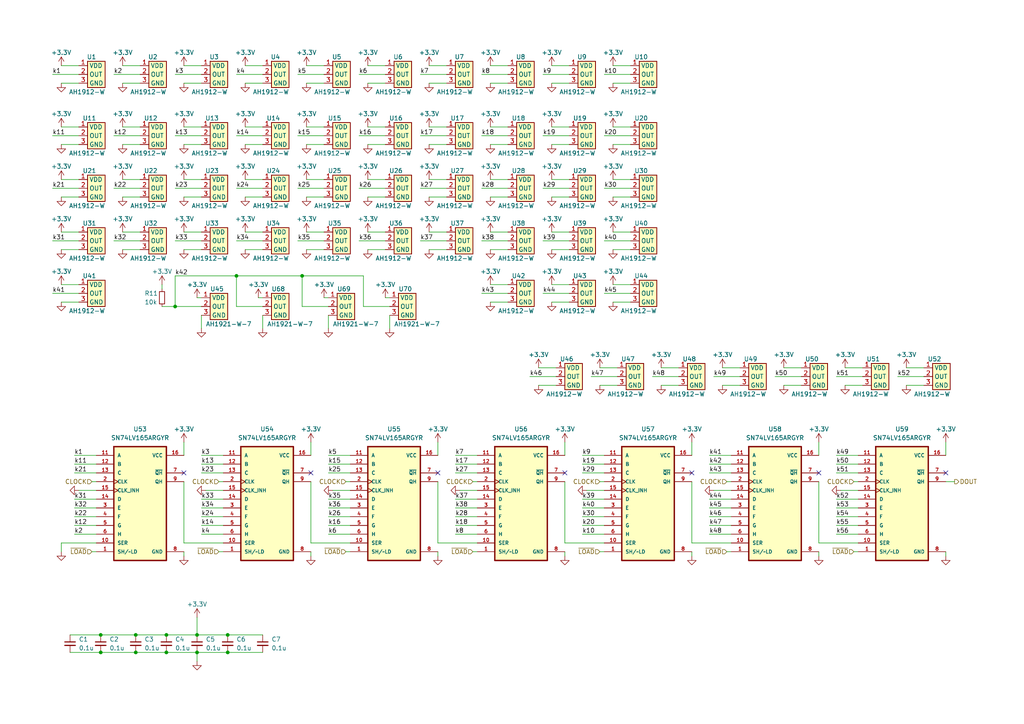
<source format=kicad_sch>
(kicad_sch (version 20230121) (generator eeschema)
  (paper "A4")
  (junction (at 68.58 80.01))
  (junction (at 29.21 184.15))
  (junction (at 57.15 184.15))
  (junction (at 48.26 184.15))
  (junction (at 39.37 184.15))
  (junction (at 87.63 80.01))
  (junction (at 66.04 184.15))
  (junction (at 57.15 189.23))
  (junction (at 66.04 189.23))
  (junction (at 48.26 189.23))
  (junction (at 29.21 189.23))
  (junction (at 39.37 189.23))
  (junction (at 50.8 88.9))
  (no_connect (at 90.17 137.16))
  (no_connect (at 127 137.16))
  (no_connect (at 163.83 137.16))
  (no_connect (at 274.32 137.16))
  (no_connect (at 200.66 137.16))
  (no_connect (at 237.49 137.16))
  (no_connect (at 53.34 137.16))
  (wire (pts (xy 59.69 142.24) (xy 64.77 142.24)))
  (wire (pts (xy 95.25 95.25) (xy 95.25 91.44)))
  (wire (pts (xy 95.25 134.62) (xy 101.6 134.62)))
  (wire (pts (xy 22.86 142.24) (xy 27.94 142.24)))
  (wire (pts (xy 76.2 57.15) (xy 71.12 57.15)))
  (wire (pts (xy 35.56 52.07) (xy 40.64 52.07)))
  (wire (pts (xy 90.17 160.02) (xy 90.17 161.29)))
  (wire (pts (xy 147.32 87.63) (xy 142.24 87.63)))
  (wire (pts (xy 71.12 67.31) (xy 76.2 67.31)))
  (wire (pts (xy 113.03 95.25) (xy 113.03 91.44)))
  (wire (pts (xy 57.15 184.15) (xy 66.04 184.15)))
  (wire (pts (xy 93.98 24.13) (xy 88.9 24.13)))
  (wire (pts (xy 165.1 24.13) (xy 160.02 24.13)))
  (wire (pts (xy 168.91 134.62) (xy 175.26 134.62)))
  (wire (pts (xy 57.15 189.23) (xy 66.04 189.23)))
  (wire (pts (xy 262.89 106.68) (xy 267.97 106.68)))
  (wire (pts (xy 90.17 157.48) (xy 90.17 139.7)))
  (wire (pts (xy 182.88 87.63) (xy 177.8 87.63)))
  (wire (pts (xy 93.98 72.39) (xy 88.9 72.39)))
  (wire (pts (xy 205.74 144.78) (xy 212.09 144.78)))
  (wire (pts (xy 129.54 41.91) (xy 124.46 41.91)))
  (wire (pts (xy 205.74 132.08) (xy 212.09 132.08)))
  (wire (pts (xy 95.25 144.78) (xy 101.6 144.78)))
  (wire (pts (xy 63.5 139.7) (xy 64.77 139.7)))
  (wire (pts (xy 76.2 39.37) (xy 68.58 39.37)))
  (wire (pts (xy 132.08 132.08) (xy 138.43 132.08)))
  (wire (pts (xy 20.32 184.15) (xy 29.21 184.15)))
  (wire (pts (xy 58.42 39.37) (xy 50.8 39.37)))
  (wire (pts (xy 142.24 19.05) (xy 147.32 19.05)))
  (wire (pts (xy 205.74 152.4) (xy 212.09 152.4)))
  (wire (pts (xy 58.42 134.62) (xy 64.77 134.62)))
  (wire (pts (xy 243.84 142.24) (xy 248.92 142.24)))
  (wire (pts (xy 63.5 160.02) (xy 64.77 160.02)))
  (wire (pts (xy 200.66 157.48) (xy 212.09 157.48)))
  (wire (pts (xy 160.02 82.55) (xy 165.1 82.55)))
  (wire (pts (xy 237.49 157.48) (xy 237.49 139.7)))
  (wire (pts (xy 21.59 134.62) (xy 27.94 134.62)))
  (wire (pts (xy 100.33 139.7) (xy 101.6 139.7)))
  (wire (pts (xy 58.42 41.91) (xy 53.34 41.91)))
  (wire (pts (xy 132.08 144.78) (xy 138.43 144.78)))
  (wire (pts (xy 106.68 67.31) (xy 111.76 67.31)))
  (wire (pts (xy 26.67 160.02) (xy 27.94 160.02)))
  (wire (pts (xy 74.93 86.36) (xy 76.2 86.36)))
  (wire (pts (xy 95.25 152.4) (xy 101.6 152.4)))
  (wire (pts (xy 182.88 21.59) (xy 175.26 21.59)))
  (wire (pts (xy 242.57 137.16) (xy 248.92 137.16)))
  (wire (pts (xy 232.41 109.22) (xy 224.79 109.22)))
  (wire (pts (xy 17.78 19.05) (xy 22.86 19.05)))
  (wire (pts (xy 40.64 72.39) (xy 35.56 72.39)))
  (wire (pts (xy 22.86 39.37) (xy 15.24 39.37)))
  (wire (pts (xy 168.91 132.08) (xy 175.26 132.08)))
  (wire (pts (xy 242.57 144.78) (xy 248.92 144.78)))
  (wire (pts (xy 21.59 154.94) (xy 27.94 154.94)))
  (wire (pts (xy 165.1 85.09) (xy 157.48 85.09)))
  (wire (pts (xy 127 160.02) (xy 127 161.29)))
  (wire (pts (xy 90.17 157.48) (xy 101.6 157.48)))
  (wire (pts (xy 40.64 69.85) (xy 33.02 69.85)))
  (wire (pts (xy 106.68 19.05) (xy 111.76 19.05)))
  (wire (pts (xy 35.56 36.83) (xy 40.64 36.83)))
  (wire (pts (xy 53.34 19.05) (xy 58.42 19.05)))
  (wire (pts (xy 210.82 160.02) (xy 212.09 160.02)))
  (wire (pts (xy 71.12 19.05) (xy 76.2 19.05)))
  (wire (pts (xy 127 157.48) (xy 127 139.7)))
  (wire (pts (xy 160.02 67.31) (xy 165.1 67.31)))
  (wire (pts (xy 237.49 157.48) (xy 248.92 157.48)))
  (wire (pts (xy 242.57 149.86) (xy 248.92 149.86)))
  (wire (pts (xy 147.32 24.13) (xy 142.24 24.13)))
  (wire (pts (xy 71.12 36.83) (xy 76.2 36.83)))
  (wire (pts (xy 147.32 85.09) (xy 139.7 85.09)))
  (wire (pts (xy 95.25 88.9) (xy 87.63 88.9)))
  (wire (pts (xy 133.35 142.24) (xy 138.43 142.24)))
  (wire (pts (xy 147.32 72.39) (xy 142.24 72.39)))
  (wire (pts (xy 165.1 69.85) (xy 157.48 69.85)))
  (wire (pts (xy 48.26 189.23) (xy 57.15 189.23)))
  (wire (pts (xy 214.63 109.22) (xy 207.01 109.22)))
  (wire (pts (xy 173.99 160.02) (xy 175.26 160.02)))
  (wire (pts (xy 35.56 19.05) (xy 40.64 19.05)))
  (wire (pts (xy 274.32 128.27) (xy 274.32 132.08)))
  (wire (pts (xy 22.86 41.91) (xy 17.78 41.91)))
  (wire (pts (xy 182.88 54.61) (xy 175.26 54.61)))
  (wire (pts (xy 147.32 39.37) (xy 139.7 39.37)))
  (wire (pts (xy 46.99 82.55) (xy 46.99 83.82)))
  (wire (pts (xy 147.32 57.15) (xy 142.24 57.15)))
  (wire (pts (xy 111.76 86.36) (xy 113.03 86.36)))
  (wire (pts (xy 160.02 36.83) (xy 165.1 36.83)))
  (wire (pts (xy 58.42 154.94) (xy 64.77 154.94)))
  (wire (pts (xy 242.57 154.94) (xy 248.92 154.94)))
  (wire (pts (xy 182.88 57.15) (xy 177.8 57.15)))
  (wire (pts (xy 40.64 39.37) (xy 33.02 39.37)))
  (wire (pts (xy 147.32 69.85) (xy 139.7 69.85)))
  (wire (pts (xy 17.78 157.48) (xy 17.78 160.02)))
  (wire (pts (xy 58.42 95.25) (xy 58.42 91.44)))
  (wire (pts (xy 182.88 85.09) (xy 175.26 85.09)))
  (wire (pts (xy 237.49 160.02) (xy 237.49 161.29)))
  (wire (pts (xy 160.02 19.05) (xy 165.1 19.05)))
  (wire (pts (xy 142.24 36.83) (xy 147.32 36.83)))
  (wire (pts (xy 242.57 132.08) (xy 248.92 132.08)))
  (wire (pts (xy 26.67 139.7) (xy 27.94 139.7)))
  (wire (pts (xy 242.57 134.62) (xy 248.92 134.62)))
  (wire (pts (xy 142.24 67.31) (xy 147.32 67.31)))
  (wire (pts (xy 22.86 57.15) (xy 17.78 57.15)))
  (wire (pts (xy 207.01 142.24) (xy 212.09 142.24)))
  (wire (pts (xy 247.65 160.02) (xy 248.92 160.02)))
  (wire (pts (xy 142.24 82.55) (xy 147.32 82.55)))
  (wire (pts (xy 76.2 95.25) (xy 76.2 91.44)))
  (wire (pts (xy 177.8 36.83) (xy 182.88 36.83)))
  (wire (pts (xy 93.98 21.59) (xy 86.36 21.59)))
  (wire (pts (xy 124.46 36.83) (xy 129.54 36.83)))
  (wire (pts (xy 205.74 147.32) (xy 212.09 147.32)))
  (wire (pts (xy 132.08 149.86) (xy 138.43 149.86)))
  (wire (pts (xy 57.15 86.36) (xy 58.42 86.36)))
  (wire (pts (xy 76.2 69.85) (xy 68.58 69.85)))
  (wire (pts (xy 39.37 184.15) (xy 48.26 184.15)))
  (wire (pts (xy 168.91 137.16) (xy 175.26 137.16)))
  (wire (pts (xy 156.21 106.68) (xy 161.29 106.68)))
  (wire (pts (xy 209.55 106.68) (xy 214.63 106.68)))
  (wire (pts (xy 76.2 88.9) (xy 68.58 88.9)))
  (wire (pts (xy 58.42 54.61) (xy 50.8 54.61)))
  (wire (pts (xy 214.63 111.76) (xy 209.55 111.76)))
  (wire (pts (xy 205.74 137.16) (xy 212.09 137.16)))
  (wire (pts (xy 90.17 128.27) (xy 90.17 132.08)))
  (wire (pts (xy 35.56 67.31) (xy 40.64 67.31)))
  (wire (pts (xy 182.88 41.91) (xy 177.8 41.91)))
  (wire (pts (xy 95.25 132.08) (xy 101.6 132.08)))
  (wire (pts (xy 124.46 67.31) (xy 129.54 67.31)))
  (wire (pts (xy 196.85 109.22) (xy 189.23 109.22)))
  (wire (pts (xy 93.98 69.85) (xy 86.36 69.85)))
  (wire (pts (xy 68.58 80.01) (xy 87.63 80.01)))
  (wire (pts (xy 168.91 154.94) (xy 175.26 154.94)))
  (wire (pts (xy 88.9 36.83) (xy 93.98 36.83)))
  (wire (pts (xy 21.59 144.78) (xy 27.94 144.78)))
  (wire (pts (xy 57.15 179.07) (xy 57.15 184.15)))
  (wire (pts (xy 111.76 21.59) (xy 104.14 21.59)))
  (wire (pts (xy 29.21 189.23) (xy 39.37 189.23)))
  (wire (pts (xy 58.42 144.78) (xy 64.77 144.78)))
  (wire (pts (xy 88.9 67.31) (xy 93.98 67.31)))
  (wire (pts (xy 50.8 80.01) (xy 68.58 80.01)))
  (wire (pts (xy 132.08 147.32) (xy 138.43 147.32)))
  (wire (pts (xy 22.86 54.61) (xy 15.24 54.61)))
  (wire (pts (xy 53.34 52.07) (xy 58.42 52.07)))
  (wire (pts (xy 132.08 134.62) (xy 138.43 134.62)))
  (wire (pts (xy 105.41 80.01) (xy 105.41 88.9)))
  (wire (pts (xy 200.66 160.02) (xy 200.66 161.29)))
  (wire (pts (xy 163.83 128.27) (xy 163.83 132.08)))
  (wire (pts (xy 111.76 72.39) (xy 106.68 72.39)))
  (wire (pts (xy 95.25 149.86) (xy 101.6 149.86)))
  (wire (pts (xy 76.2 72.39) (xy 71.12 72.39)))
  (wire (pts (xy 168.91 152.4) (xy 175.26 152.4)))
  (wire (pts (xy 39.37 189.23) (xy 48.26 189.23)))
  (wire (pts (xy 173.99 106.68) (xy 179.07 106.68)))
  (wire (pts (xy 177.8 19.05) (xy 182.88 19.05)))
  (wire (pts (xy 237.49 128.27) (xy 237.49 132.08)))
  (wire (pts (xy 21.59 147.32) (xy 27.94 147.32)))
  (wire (pts (xy 124.46 19.05) (xy 129.54 19.05)))
  (wire (pts (xy 95.25 147.32) (xy 101.6 147.32)))
  (wire (pts (xy 127 157.48) (xy 138.43 157.48)))
  (wire (pts (xy 168.91 144.78) (xy 175.26 144.78)))
  (wire (pts (xy 95.25 154.94) (xy 101.6 154.94)))
  (wire (pts (xy 129.54 57.15) (xy 124.46 57.15)))
  (wire (pts (xy 147.32 41.91) (xy 142.24 41.91)))
  (wire (pts (xy 93.98 39.37) (xy 86.36 39.37)))
  (wire (pts (xy 182.88 39.37) (xy 175.26 39.37)))
  (wire (pts (xy 160.02 52.07) (xy 165.1 52.07)))
  (wire (pts (xy 200.66 157.48) (xy 200.66 139.7)))
  (wire (pts (xy 111.76 41.91) (xy 106.68 41.91)))
  (wire (pts (xy 200.66 128.27) (xy 200.66 132.08)))
  (wire (pts (xy 177.8 67.31) (xy 182.88 67.31)))
  (wire (pts (xy 111.76 57.15) (xy 106.68 57.15)))
  (wire (pts (xy 53.34 157.48) (xy 53.34 139.7)))
  (wire (pts (xy 227.33 106.68) (xy 232.41 106.68)))
  (wire (pts (xy 165.1 57.15) (xy 160.02 57.15)))
  (wire (pts (xy 124.46 52.07) (xy 129.54 52.07)))
  (wire (pts (xy 182.88 24.13) (xy 177.8 24.13)))
  (wire (pts (xy 93.98 41.91) (xy 88.9 41.91)))
  (wire (pts (xy 21.59 152.4) (xy 27.94 152.4)))
  (wire (pts (xy 137.16 139.7) (xy 138.43 139.7)))
  (wire (pts (xy 27.94 157.48) (xy 17.78 157.48)))
  (wire (pts (xy 46.99 88.9) (xy 50.8 88.9)))
  (wire (pts (xy 165.1 21.59) (xy 157.48 21.59)))
  (wire (pts (xy 50.8 80.01) (xy 50.8 88.9)))
  (wire (pts (xy 53.34 160.02) (xy 53.34 161.29)))
  (wire (pts (xy 66.04 189.23) (xy 76.2 189.23)))
  (wire (pts (xy 165.1 87.63) (xy 160.02 87.63)))
  (wire (pts (xy 267.97 109.22) (xy 260.35 109.22)))
  (wire (pts (xy 182.88 69.85) (xy 175.26 69.85)))
  (wire (pts (xy 274.32 160.02) (xy 274.32 161.29)))
  (wire (pts (xy 93.98 54.61) (xy 86.36 54.61)))
  (wire (pts (xy 76.2 24.13) (xy 71.12 24.13)))
  (wire (pts (xy 132.08 154.94) (xy 138.43 154.94)))
  (wire (pts (xy 165.1 39.37) (xy 157.48 39.37)))
  (wire (pts (xy 53.34 67.31) (xy 58.42 67.31)))
  (wire (pts (xy 58.42 69.85) (xy 50.8 69.85)))
  (wire (pts (xy 127 128.27) (xy 127 132.08)))
  (wire (pts (xy 173.99 139.7) (xy 175.26 139.7)))
  (wire (pts (xy 20.32 189.23) (xy 29.21 189.23)))
  (wire (pts (xy 17.78 82.55) (xy 22.86 82.55)))
  (wire (pts (xy 76.2 41.91) (xy 71.12 41.91)))
  (wire (pts (xy 17.78 52.07) (xy 22.86 52.07)))
  (wire (pts (xy 132.08 152.4) (xy 138.43 152.4)))
  (wire (pts (xy 245.11 106.68) (xy 250.19 106.68)))
  (wire (pts (xy 165.1 72.39) (xy 160.02 72.39)))
  (wire (pts (xy 22.86 69.85) (xy 15.24 69.85)))
  (wire (pts (xy 40.64 21.59) (xy 33.02 21.59)))
  (wire (pts (xy 210.82 139.7) (xy 212.09 139.7)))
  (wire (pts (xy 58.42 57.15) (xy 53.34 57.15)))
  (wire (pts (xy 68.58 80.01) (xy 68.58 88.9)))
  (wire (pts (xy 129.54 21.59) (xy 121.92 21.59)))
  (wire (pts (xy 40.64 54.61) (xy 33.02 54.61)))
  (wire (pts (xy 232.41 111.76) (xy 227.33 111.76)))
  (wire (pts (xy 58.42 72.39) (xy 53.34 72.39)))
  (wire (pts (xy 111.76 54.61) (xy 104.14 54.61)))
  (wire (pts (xy 111.76 24.13) (xy 106.68 24.13)))
  (wire (pts (xy 66.04 184.15) (xy 76.2 184.15)))
  (wire (pts (xy 129.54 39.37) (xy 121.92 39.37)))
  (wire (pts (xy 205.74 134.62) (xy 212.09 134.62)))
  (wire (pts (xy 111.76 69.85) (xy 104.14 69.85)))
  (wire (pts (xy 142.24 52.07) (xy 147.32 52.07)))
  (wire (pts (xy 106.68 52.07) (xy 111.76 52.07)))
  (wire (pts (xy 247.65 139.7) (xy 248.92 139.7)))
  (wire (pts (xy 22.86 85.09) (xy 15.24 85.09)))
  (wire (pts (xy 40.64 24.13) (xy 35.56 24.13)))
  (wire (pts (xy 87.63 80.01) (xy 87.63 88.9)))
  (wire (pts (xy 22.86 21.59) (xy 15.24 21.59)))
  (wire (pts (xy 161.29 109.22) (xy 153.67 109.22)))
  (wire (pts (xy 177.8 52.07) (xy 182.88 52.07)))
  (wire (pts (xy 147.32 21.59) (xy 139.7 21.59)))
  (wire (pts (xy 76.2 54.61) (xy 68.58 54.61)))
  (wire (pts (xy 250.19 109.22) (xy 242.57 109.22)))
  (wire (pts (xy 48.26 184.15) (xy 57.15 184.15)))
  (wire (pts (xy 40.64 57.15) (xy 35.56 57.15)))
  (wire (pts (xy 53.34 157.48) (xy 64.77 157.48)))
  (wire (pts (xy 205.74 149.86) (xy 212.09 149.86)))
  (wire (pts (xy 274.32 139.7) (xy 276.86 139.7)))
  (wire (pts (xy 163.83 157.48) (xy 175.26 157.48)))
  (wire (pts (xy 58.42 132.08) (xy 64.77 132.08)))
  (wire (pts (xy 93.98 57.15) (xy 88.9 57.15)))
  (wire (pts (xy 22.86 72.39) (xy 17.78 72.39)))
  (wire (pts (xy 250.19 111.76) (xy 245.11 111.76)))
  (wire (pts (xy 71.12 52.07) (xy 76.2 52.07)))
  (wire (pts (xy 147.32 54.61) (xy 139.7 54.61)))
  (wire (pts (xy 76.2 21.59) (xy 68.58 21.59)))
  (wire (pts (xy 191.77 106.68) (xy 196.85 106.68)))
  (wire (pts (xy 196.85 111.76) (xy 191.77 111.76)))
  (wire (pts (xy 21.59 149.86) (xy 27.94 149.86)))
  (wire (pts (xy 182.88 72.39) (xy 177.8 72.39)))
  (wire (pts (xy 129.54 72.39) (xy 124.46 72.39)))
  (wire (pts (xy 129.54 69.85) (xy 121.92 69.85)))
  (wire (pts (xy 96.52 142.24) (xy 101.6 142.24)))
  (wire (pts (xy 57.15 189.23) (xy 57.15 191.77)))
  (wire (pts (xy 113.03 88.9) (xy 105.41 88.9)))
  (wire (pts (xy 129.54 24.13) (xy 124.46 24.13)))
  (wire (pts (xy 22.86 87.63) (xy 17.78 87.63)))
  (wire (pts (xy 88.9 19.05) (xy 93.98 19.05)))
  (wire (pts (xy 53.34 128.27) (xy 53.34 132.08)))
  (wire (pts (xy 58.42 149.86) (xy 64.77 149.86)))
  (wire (pts (xy 58.42 24.13) (xy 53.34 24.13)))
  (wire (pts (xy 21.59 132.08) (xy 27.94 132.08)))
  (wire (pts (xy 58.42 147.32) (xy 64.77 147.32)))
  (wire (pts (xy 58.42 152.4) (xy 64.77 152.4)))
  (wire (pts (xy 267.97 111.76) (xy 262.89 111.76)))
  (wire (pts (xy 58.42 88.9) (xy 50.8 88.9)))
  (wire (pts (xy 163.83 160.02) (xy 163.83 161.29)))
  (wire (pts (xy 111.76 39.37) (xy 104.14 39.37)))
  (wire (pts (xy 58.42 21.59) (xy 50.8 21.59)))
  (wire (pts (xy 106.68 36.83) (xy 111.76 36.83)))
  (wire (pts (xy 179.07 111.76) (xy 173.99 111.76)))
  (wire (pts (xy 205.74 154.94) (xy 212.09 154.94)))
  (wire (pts (xy 87.63 80.01) (xy 105.41 80.01)))
  (wire (pts (xy 170.18 142.24) (xy 175.26 142.24)))
  (wire (pts (xy 242.57 147.32) (xy 248.92 147.32)))
  (wire (pts (xy 17.78 36.83) (xy 22.86 36.83)))
  (wire (pts (xy 58.42 137.16) (xy 64.77 137.16)))
  (wire (pts (xy 132.08 137.16) (xy 138.43 137.16)))
  (wire (pts (xy 93.98 86.36) (xy 95.25 86.36)))
  (wire (pts (xy 88.9 52.07) (xy 93.98 52.07)))
  (wire (pts (xy 177.8 82.55) (xy 182.88 82.55)))
  (wire (pts (xy 165.1 41.91) (xy 160.02 41.91)))
  (wire (pts (xy 53.34 36.83) (xy 58.42 36.83)))
  (wire (pts (xy 29.21 184.15) (xy 39.37 184.15)))
  (wire (pts (xy 179.07 109.22) (xy 171.45 109.22)))
  (wire (pts (xy 163.83 157.48) (xy 163.83 139.7)))
  (wire (pts (xy 168.91 149.86) (xy 175.26 149.86)))
  (wire (pts (xy 161.29 111.76) (xy 156.21 111.76)))
  (wire (pts (xy 21.59 137.16) (xy 27.94 137.16)))
  (wire (pts (xy 100.33 160.02) (xy 101.6 160.02)))
  (wire (pts (xy 17.78 67.31) (xy 22.86 67.31)))
  (wire (pts (xy 95.25 137.16) (xy 101.6 137.16)))
  (wire (pts (xy 40.64 41.91) (xy 35.56 41.91)))
  (wire (pts (xy 165.1 54.61) (xy 157.48 54.61)))
  (wire (pts (xy 22.86 24.13) (xy 17.78 24.13)))
  (wire (pts (xy 137.16 160.02) (xy 138.43 160.02)))
  (wire (pts (xy 168.91 147.32) (xy 175.26 147.32)))
  (wire (pts (xy 129.54 54.61) (xy 121.92 54.61)))
  (wire (pts (xy 242.57 152.4) (xy 248.92 152.4)))
  (label "k48" (at 205.74 154.94 0))
  (label "k3" (at 58.42 132.08 0))
  (label "k26" (at 95.25 149.86 0))
  (label "k11" (at 21.59 134.62 0))
  (label "k38" (at 132.08 147.32 0))
  (label "k15" (at 86.36 39.37 0))
  (label "k44" (at 205.74 144.78 0))
  (label "k43" (at 139.7 85.09 0))
  (label "k16" (at 95.25 152.4 0))
  (label "k31" (at 15.24 69.85 0))
  (label "k50" (at 242.57 134.62 0))
  (label "k6" (at 95.25 154.94 0))
  (label "k55" (at 242.57 152.4 0))
  (label "k27" (at 121.92 54.61 0))
  (label "k26" (at 104.14 54.61 0))
  (label "k56" (at 242.57 154.94 0))
  (label "k4" (at 68.58 21.59 0))
  (label "k15" (at 95.25 134.62 0))
  (label "k42" (at 205.74 134.62 0))
  (label "k44" (at 157.48 85.09 0))
  (label "k39" (at 157.48 69.85 0))
  (label "k1" (at 21.59 132.08 0))
  (label "k33" (at 58.42 144.78 0))
  (label "k47" (at 171.45 109.22 0))
  (label "k29" (at 157.48 54.61 0))
  (label "k2" (at 21.59 154.94 0))
  (label "k49" (at 242.57 132.08 0))
  (label "k24" (at 58.42 149.86 0))
  (label "k4" (at 58.42 154.94 0))
  (label "k35" (at 95.25 144.78 0))
  (label "k45" (at 175.26 85.09 0))
  (label "k3" (at 50.8 21.59 0))
  (label "k46" (at 205.74 149.86 0))
  (label "k17" (at 121.92 39.37 0))
  (label "k33" (at 50.8 69.85 0))
  (label "k18" (at 132.08 152.4 0))
  (label "k20" (at 168.91 152.4 0))
  (label "k54" (at 242.57 149.86 0))
  (label "k36" (at 104.14 69.85 0))
  (label "k7" (at 121.92 21.59 0))
  (label "k42" (at 50.8 80.01 0))
  (label "k21" (at 15.24 54.61 0))
  (label "k25" (at 86.36 54.61 0))
  (label "k49" (at 207.01 109.22 0))
  (label "k32" (at 33.02 69.85 0))
  (label "k6" (at 104.14 21.59 0))
  (label "k10" (at 175.26 21.59 0))
  (label "k45" (at 205.74 147.32 0))
  (label "k22" (at 21.59 149.86 0))
  (label "k22" (at 33.02 54.61 0))
  (label "k38" (at 139.7 69.85 0))
  (label "k32" (at 21.59 147.32 0))
  (label "k28" (at 132.08 149.86 0))
  (label "k52" (at 260.35 109.22 0))
  (label "k52" (at 242.57 144.78 0))
  (label "k16" (at 104.14 39.37 0))
  (label "k14" (at 58.42 152.4 0))
  (label "k23" (at 50.8 54.61 0))
  (label "k20" (at 175.26 39.37 0))
  (label "k11" (at 15.24 39.37 0))
  (label "k53" (at 242.57 147.32 0))
  (label "k51" (at 242.57 137.16 0))
  (label "k7" (at 132.08 132.08 0))
  (label "k5" (at 95.25 132.08 0))
  (label "k39" (at 168.91 144.78 0))
  (label "k1" (at 15.24 21.59 0))
  (label "k12" (at 33.02 39.37 0))
  (label "k8" (at 132.08 154.94 0))
  (label "k28" (at 139.7 54.61 0))
  (label "k36" (at 95.25 147.32 0))
  (label "k50" (at 224.79 109.22 0))
  (label "k48" (at 189.23 109.22 0))
  (label "k37" (at 132.08 144.78 0))
  (label "k41" (at 205.74 132.08 0))
  (label "k34" (at 68.58 69.85 0))
  (label "k5" (at 86.36 21.59 0))
  (label "k18" (at 139.7 39.37 0))
  (label "k46" (at 153.67 109.22 0))
  (label "k24" (at 68.58 54.61 0))
  (label "k51" (at 242.57 109.22 0))
  (label "k35" (at 86.36 69.85 0))
  (label "k41" (at 15.24 85.09 0))
  (label "k8" (at 139.7 21.59 0))
  (label "k19" (at 168.91 134.62 0))
  (label "k40" (at 168.91 147.32 0))
  (label "k31" (at 21.59 144.78 0))
  (label "k40" (at 175.26 69.85 0))
  (label "k47" (at 205.74 152.4 0))
  (label "k43" (at 205.74 137.16 0))
  (label "k17" (at 132.08 134.62 0))
  (label "k37" (at 121.92 69.85 0))
  (label "k19" (at 157.48 39.37 0))
  (label "k23" (at 58.42 137.16 0))
  (label "k9" (at 168.91 132.08 0))
  (label "k13" (at 50.8 39.37 0))
  (label "k21" (at 21.59 137.16 0))
  (label "k14" (at 68.58 39.37 0))
  (label "k25" (at 95.25 137.16 0))
  (label "k10" (at 168.91 154.94 0))
  (label "k9" (at 157.48 21.59 0))
  (label "k30" (at 168.91 149.86 0))
  (label "k13" (at 58.42 134.62 0))
  (label "k34" (at 58.42 147.32 0))
  (label "k2" (at 33.02 21.59 0))
  (label "k27" (at 132.08 137.16 0))
  (label "k29" (at 168.91 137.16 0))
  (label "k30" (at 175.26 54.61 0))
  (label "k12" (at 21.59 152.4 0))
  (hierarchical_label "~{LOAD}" (shape input) (at 173.99 160.02 180))
  (hierarchical_label "DOUT" (shape output) (at 276.86 139.7 0))
  (hierarchical_label "~{LOAD}" (shape input) (at 247.65 160.02 180))
  (hierarchical_label "~{LOAD}" (shape input) (at 63.5 160.02 180))
  (hierarchical_label "~{LOAD}" (shape input) (at 210.82 160.02 180))
  (hierarchical_label "CLOCK" (shape input) (at 137.16 139.7 180))
  (hierarchical_label "CLOCK" (shape input) (at 247.65 139.7 180))
  (hierarchical_label "CLOCK" (shape input) (at 63.5 139.7 180))
  (hierarchical_label "~{LOAD}" (shape input) (at 137.16 160.02 180))
  (hierarchical_label "~{LOAD}" (shape input) (at 100.33 160.02 180))
  (hierarchical_label "CLOCK" (shape input) (at 100.33 139.7 180))
  (hierarchical_label "CLOCK" (shape input) (at 26.67 139.7 180))
  (hierarchical_label "CLOCK" (shape input) (at 173.99 139.7 180))
  (hierarchical_label "~{LOAD}" (shape input) (at 26.67 160.02 180))
  (hierarchical_label "CLOCK" (shape input) (at 210.82 139.7 180))
  (symbol (lib_id "unkey:AH1912-W") (at 255.27 109.22 0) (unit 1)
    (property "Reference" "U51" (at 255.27 104.14 0) (effects (justify right)))
    (property "Value" "AH1912-W" (at 257.81 114.3 0) (effects (justify right)))
    (property "Footprint" "Package_TO_SOT_SMD:SC-59" (effects hide))
    (property "Datasheet" "https://www.diodes.com/assets/Datasheets/AH1912.pdf" (effects hide))
    (property "URL" "https://www.digikey.com/en/products/detail/diodes-incorporated/AH1912-W-7/10071170" (effects hide))
    (property "Digikey PN" "AH1912-W-7DICT-ND" (effects hide))
    (property "MPN" "AH1912-W-7" (effects hide))
    (property "Vendor" "Diodes Incorporated" (effects hide))
  )
  (symbol (lib_id "power:GND") (at 53.34 161.29 0) (unit 1)
    (property "Reference" "#PWR024" (effects hide))
    (property "Value" "GND" (effects hide))
  )
  (symbol (lib_id "power:GND") (at 245.11 111.76 0) (unit 1)
    (property "Reference" "#PWR080" (effects hide))
    (property "Value" "GND" (effects hide))
  )
  (symbol (lib_id "power:GND") (at 160.02 41.91 0) (unit 1)
    (property "Reference" "#PWR087" (effects hide))
    (property "Value" "GND" (effects hide))
  )
  (symbol (lib_id "power:+3.3V") (at 71.12 19.05 0) (unit 1)
    (property "Reference" "#PWR038" (effects hide))
    (property "Value" "+3.3V" (at 71.12 15.24 0))
  )
  (symbol (lib_id "power:+3.3V") (at 200.66 128.27 0) (unit 1)
    (property "Reference" "#PWR0121" (effects hide))
    (property "Value" "+3.3V" (at 200.66 124.46 0))
  )
  (symbol (lib_id "power:+3.3V") (at 90.17 128.27 0) (unit 1)
    (property "Reference" "#PWR048" (effects hide))
    (property "Value" "+3.3V" (at 90.17 124.46 0))
  )
  (symbol (lib_id "unkey:AH1912-W") (at 187.96 85.09 0) (unit 1)
    (property "Reference" "U44" (at 187.96 80.01 0) (effects (justify right)))
    (property "Value" "AH1912-W" (at 190.5 90.17 0) (effects (justify right)))
    (property "Footprint" "Package_TO_SOT_SMD:SC-59" (effects hide))
    (property "Datasheet" "https://www.diodes.com/assets/Datasheets/AH1912.pdf" (effects hide))
    (property "URL" "https://www.digikey.com/en/products/detail/diodes-incorporated/AH1912-W-7/10071170" (effects hide))
    (property "Digikey PN" "AH1912-W-7DICT-ND" (effects hide))
    (property "MPN" "AH1912-W-7" (effects hide))
    (property "Vendor" "Diodes Incorporated" (effects hide))
  )
  (symbol (lib_id "power:GND") (at 177.8 24.13 0) (unit 1)
    (property "Reference" "#PWR0106" (effects hide))
    (property "Value" "GND" (effects hide))
  )
  (symbol (lib_id "power:GND") (at 142.24 24.13 0) (unit 1)
    (property "Reference" "#PWR085" (effects hide))
    (property "Value" "GND" (effects hide))
  )
  (symbol (lib_id "power:GND") (at 177.8 87.63 0) (unit 1)
    (property "Reference" "#PWR0120" (effects hide))
    (property "Value" "GND" (effects hide))
  )
  (symbol (lib_id "power:+3.3V") (at 262.89 106.68 0) (unit 1)
    (property "Reference" "#PWR092" (effects hide))
    (property "Value" "+3.3V" (at 262.89 102.87 0))
  )
  (symbol (lib_id "power:GND") (at 124.46 57.15 0) (unit 1)
    (property "Reference" "#PWR055" (effects hide))
    (property "Value" "GND" (effects hide))
  )
  (symbol (lib_id "power:GND") (at 207.01 142.24 270) (unit 1)
    (property "Reference" "#PWR0123" (effects hide))
    (property "Value" "GND" (effects hide))
  )
  (symbol (lib_id "unkey:AH1921-W-7") (at 118.11 88.9 0) (unit 1)
    (property "Reference" "U70" (at 115.57 83.82 0) (effects (justify left)))
    (property "Value" "AH1921-W-7" (at 114.3 93.98 0) (effects (justify left)))
    (property "Footprint" "Package_TO_SOT_SMD:SC-59" (effects hide))
    (property "Datasheet" "https://www.diodes.com/assets/Datasheets/AH1911-AH1921.pdf" (effects hide))
    (property "URL" "https://www.digikey.com/en/products/detail/diodes-incorporated/AH1921-W-7/9674238" (effects hide))
    (property "Digikey PN" "AH1921-W-7DICT-ND" (effects hide))
    (property "MPN" "AH1921-W-7" (effects hide))
    (property "Vendor" "Diodes Inc" (effects hide))
  )
  (symbol (lib_id "power:GND") (at 160.02 57.15 0) (unit 1)
    (property "Reference" "#PWR076" (effects hide))
    (property "Value" "GND" (effects hide))
  )
  (symbol (lib_id "power:+3.3V") (at 71.12 52.07 0) (unit 1)
    (property "Reference" "#PWR017" (effects hide))
    (property "Value" "+3.3V" (at 71.12 48.26 0))
  )
  (symbol (lib_id "power:+3.3V") (at 142.24 82.55 0) (unit 1)
    (property "Reference" "#PWR0100" (effects hide))
    (property "Value" "+3.3V" (at 142.24 78.74 0))
  )
  (symbol (lib_id "power:GND") (at 17.78 24.13 0) (unit 1)
    (property "Reference" "#PWR03" (effects hide))
    (property "Value" "GND" (effects hide))
  )
  (symbol (lib_id "unkey:AH1921-W-7") (at 100.33 88.9 0) (unit 1)
    (property "Reference" "U69" (at 97.79 83.82 0) (effects (justify left)))
    (property "Value" "AH1921-W-7" (at 96.52 93.98 0) (effects (justify left)))
    (property "Footprint" "Package_TO_SOT_SMD:SC-59" (effects hide))
    (property "Datasheet" "https://www.diodes.com/assets/Datasheets/AH1911-AH1921.pdf" (effects hide))
    (property "URL" "https://www.digikey.com/en/products/detail/diodes-incorporated/AH1921-W-7/9674238" (effects hide))
    (property "Digikey PN" "AH1921-W-7DICT-ND" (effects hide))
    (property "MPN" "AH1921-W-7" (effects hide))
    (property "Vendor" "Diodes Inc" (effects hide))
  )
  (symbol (lib_id "power:GND") (at 53.34 57.15 0) (unit 1)
    (property "Reference" "#PWR07" (effects hide))
    (property "Value" "GND" (effects hide))
  )
  (symbol (lib_id "power:+3.3V") (at 177.8 36.83 0) (unit 1)
    (property "Reference" "#PWR096" (effects hide))
    (property "Value" "+3.3V" (at 177.8 33.02 0))
  )
  (symbol (lib_id "power:+3.3V") (at 106.68 36.83 0) (unit 1)
    (property "Reference" "#PWR052" (effects hide))
    (property "Value" "+3.3V" (at 106.68 33.02 0))
  )
  (symbol (lib_id "unkey:AH1912-W") (at 170.18 39.37 0) (unit 1)
    (property "Reference" "U19" (at 170.18 34.29 0) (effects (justify right)))
    (property "Value" "AH1912-W" (at 172.72 44.45 0) (effects (justify right)))
    (property "Footprint" "Package_TO_SOT_SMD:SC-59" (effects hide))
    (property "Datasheet" "https://www.diodes.com/assets/Datasheets/AH1912.pdf" (effects hide))
    (property "URL" "https://www.digikey.com/en/products/detail/diodes-incorporated/AH1912-W-7/10071170" (effects hide))
    (property "Digikey PN" "AH1912-W-7DICT-ND" (effects hide))
    (property "MPN" "AH1912-W-7" (effects hide))
    (property "Vendor" "Diodes Incorporated" (effects hide))
  )
  (symbol (lib_id "power:GND") (at 262.89 111.76 0) (unit 1)
    (property "Reference" "#PWR093" (effects hide))
    (property "Value" "GND" (effects hide))
  )
  (symbol (lib_id "power:GND") (at 35.56 72.39 0) (unit 1)
    (property "Reference" "#PWR0110" (effects hide))
    (property "Value" "GND" (effects hide))
  )
  (symbol (lib_id "power:+3.3V") (at 53.34 52.07 0) (unit 1)
    (property "Reference" "#PWR06" (effects hide))
    (property "Value" "+3.3V" (at 53.34 48.26 0))
  )
  (symbol (lib_id "power:+3.3V") (at 160.02 19.05 0) (unit 1)
    (property "Reference" "#PWR094" (effects hide))
    (property "Value" "+3.3V" (at 160.02 15.24 0))
  )
  (symbol (lib_id "unkey:AH1912-W") (at 99.06 69.85 0) (unit 1)
    (property "Reference" "U35" (at 99.06 64.77 0) (effects (justify right)))
    (property "Value" "AH1912-W" (at 101.6 74.93 0) (effects (justify right)))
    (property "Footprint" "Package_TO_SOT_SMD:SC-59" (effects hide))
    (property "Datasheet" "https://www.diodes.com/assets/Datasheets/AH1912.pdf" (effects hide))
    (property "URL" "https://www.digikey.com/en/products/detail/diodes-incorporated/AH1912-W-7/10071170" (effects hide))
    (property "Digikey PN" "AH1912-W-7DICT-ND" (effects hide))
    (property "MPN" "AH1912-W-7" (effects hide))
    (property "Vendor" "Diodes Incorporated" (effects hide))
  )
  (symbol (lib_id "unkey:AH1912-W") (at 187.96 21.59 0) (unit 1)
    (property "Reference" "U10" (at 187.96 16.51 0) (effects (justify right)))
    (property "Value" "AH1912-W" (at 190.5 26.67 0) (effects (justify right)))
    (property "Footprint" "Package_TO_SOT_SMD:SC-59" (effects hide))
    (property "Datasheet" "https://www.diodes.com/assets/Datasheets/AH1912.pdf" (effects hide))
    (property "URL" "https://www.digikey.com/en/products/detail/diodes-incorporated/AH1912-W-7/10071170" (effects hide))
    (property "Digikey PN" "AH1912-W-7DICT-ND" (effects hide))
    (property "MPN" "AH1912-W-7" (effects hide))
    (property "Vendor" "Diodes Incorporated" (effects hide))
  )
  (symbol (lib_id "power:+3.3V") (at 57.15 179.07 0) (unit 1)
    (property "Reference" "#PWR035" (effects hide))
    (property "Value" "+3.3V" (at 57.15 175.26 0))
  )
  (symbol (lib_id "unkey:SN74LV165APWR") (at 151.13 147.32 0) (unit 1)
    (property "Reference" "U56" (at 151.13 124.46 0))
    (property "Value" "SN74LV165ARGYR" (at 151.13 127 0))
    (property "Footprint" "Package_DFN_QFN:Texas_RGY_R-PVQFN-N16_EP2.05x2.55mm" (effects hide))
    (property "Digikey PN" "296-13937-1-ND" (effects hide))
    (property "URL" "https://www.digikey.com/en/products/detail/texas-instruments/SN74LV165ARGYR/521496" (effects hide))
    (property "MPN" "SN74LV165ARGYR" (effects hide))
    (property "Vendor" "Texas Instruments" (effects hide))
  )
  (symbol (lib_id "unkey:AH1912-W") (at 27.94 21.59 0) (unit 1)
    (property "Reference" "U1" (at 27.94 16.51 0) (effects (justify right)))
    (property "Value" "AH1912-W" (at 30.48 26.67 0) (effects (justify right)))
    (property "Footprint" "Package_TO_SOT_SMD:SC-59" (effects hide))
    (property "Datasheet" "https://www.diodes.com/assets/Datasheets/AH1912.pdf" (effects hide))
    (property "URL" "https://www.digikey.com/en/products/detail/diodes-incorporated/AH1912-W-7/10071170" (effects hide))
    (property "Digikey PN" "AH1912-W-7DICT-ND" (effects hide))
    (property "MPN" "AH1912-W-7" (effects hide))
    (property "Vendor" "Diodes Incorporated" (effects hide))
  )
  (symbol (lib_id "power:+3.3V") (at 177.8 19.05 0) (unit 1)
    (property "Reference" "#PWR0105" (effects hide))
    (property "Value" "+3.3V" (at 177.8 15.24 0))
  )
  (symbol (lib_id "power:GND") (at 59.69 142.24 270) (unit 1)
    (property "Reference" "#PWR037" (effects hide))
    (property "Value" "GND" (effects hide))
  )
  (symbol (lib_id "unkey:AH1912-W") (at 170.18 69.85 0) (unit 1)
    (property "Reference" "U39" (at 170.18 64.77 0) (effects (justify right)))
    (property "Value" "AH1912-W" (at 172.72 74.93 0) (effects (justify right)))
    (property "Footprint" "Package_TO_SOT_SMD:SC-59" (effects hide))
    (property "Datasheet" "https://www.diodes.com/assets/Datasheets/AH1912.pdf" (effects hide))
    (property "URL" "https://www.digikey.com/en/products/detail/diodes-incorporated/AH1912-W-7/10071170" (effects hide))
    (property "Digikey PN" "AH1912-W-7DICT-ND" (effects hide))
    (property "MPN" "AH1912-W-7" (effects hide))
    (property "Vendor" "Diodes Incorporated" (effects hide))
  )
  (symbol (lib_id "unkey:AH1912-W") (at 116.84 69.85 0) (unit 1)
    (property "Reference" "U36" (at 116.84 64.77 0) (effects (justify right)))
    (property "Value" "AH1912-W" (at 119.38 74.93 0) (effects (justify right)))
    (property "Footprint" "Package_TO_SOT_SMD:SC-59" (effects hide))
    (property "Datasheet" "https://www.diodes.com/assets/Datasheets/AH1912.pdf" (effects hide))
    (property "URL" "https://www.digikey.com/en/products/detail/diodes-incorporated/AH1912-W-7/10071170" (effects hide))
    (property "Digikey PN" "AH1912-W-7DICT-ND" (effects hide))
    (property "MPN" "AH1912-W-7" (effects hide))
    (property "Vendor" "Diodes Incorporated" (effects hide))
  )
  (symbol (lib_id "power:GND") (at 17.78 57.15 0) (unit 1)
    (property "Reference" "#PWR0108" (effects hide))
    (property "Value" "GND" (effects hide))
  )
  (symbol (lib_id "power:GND") (at 88.9 57.15 0) (unit 1)
    (property "Reference" "#PWR030" (effects hide))
    (property "Value" "GND" (effects hide))
  )
  (symbol (lib_id "power:GND") (at 237.49 161.29 0) (unit 1)
    (property "Reference" "#PWR0125" (effects hide))
    (property "Value" "GND" (effects hide))
  )
  (symbol (lib_id "power:GND") (at 106.68 57.15 0) (unit 1)
    (property "Reference" "#PWR043" (effects hide))
    (property "Value" "GND" (effects hide))
  )
  (symbol (lib_id "unkey:AH1912-W") (at 45.72 21.59 0) (unit 1)
    (property "Reference" "U2" (at 45.72 16.51 0) (effects (justify right)))
    (property "Value" "AH1912-W" (at 48.26 26.67 0) (effects (justify right)))
    (property "Footprint" "Package_TO_SOT_SMD:SC-59" (effects hide))
    (property "Datasheet" "https://www.diodes.com/assets/Datasheets/AH1912.pdf" (effects hide))
    (property "URL" "https://www.digikey.com/en/products/detail/diodes-incorporated/AH1912-W-7/10071170" (effects hide))
    (property "Digikey PN" "AH1912-W-7DICT-ND" (effects hide))
    (property "MPN" "AH1912-W-7" (effects hide))
    (property "Vendor" "Diodes Incorporated" (effects hide))
  )
  (symbol (lib_id "unkey:AH1912-W") (at 45.72 54.61 0) (unit 1)
    (property "Reference" "U22" (at 45.72 49.53 0) (effects (justify right)))
    (property "Value" "AH1912-W" (at 48.26 59.69 0) (effects (justify right)))
    (property "Footprint" "Package_TO_SOT_SMD:SC-59" (effects hide))
    (property "Datasheet" "https://www.diodes.com/assets/Datasheets/AH1912.pdf" (effects hide))
    (property "URL" "https://www.digikey.com/en/products/detail/diodes-incorporated/AH1912-W-7/10071170" (effects hide))
    (property "Digikey PN" "AH1912-W-7DICT-ND" (effects hide))
    (property "MPN" "AH1912-W-7" (effects hide))
    (property "Vendor" "Diodes Incorporated" (effects hide))
  )
  (symbol (lib_id "power:GND") (at 227.33 111.76 0) (unit 1)
    (property "Reference" "#PWR070" (effects hide))
    (property "Value" "GND" (effects hide))
  )
  (symbol (lib_id "power:+3.3V") (at 53.34 19.05 0) (unit 1)
    (property "Reference" "#PWR025" (effects hide))
    (property "Value" "+3.3V" (at 53.34 15.24 0))
  )
  (symbol (lib_id "unkey:AH1912-W") (at 170.18 21.59 0) (unit 1)
    (property "Reference" "U9" (at 170.18 16.51 0) (effects (justify right)))
    (property "Value" "AH1912-W" (at 172.72 26.67 0) (effects (justify right)))
    (property "Footprint" "Package_TO_SOT_SMD:SC-59" (effects hide))
    (property "Datasheet" "https://www.diodes.com/assets/Datasheets/AH1912.pdf" (effects hide))
    (property "URL" "https://www.digikey.com/en/products/detail/diodes-incorporated/AH1912-W-7/10071170" (effects hide))
    (property "Digikey PN" "AH1912-W-7DICT-ND" (effects hide))
    (property "MPN" "AH1912-W-7" (effects hide))
    (property "Vendor" "Diodes Incorporated" (effects hide))
  )
  (symbol (lib_id "power:GND") (at 177.8 57.15 0) (unit 1)
    (property "Reference" "#PWR089" (effects hide))
    (property "Value" "GND" (effects hide))
  )
  (symbol (lib_id "power:GND") (at 96.52 142.24 270) (unit 1)
    (property "Reference" "#PWR060" (effects hide))
    (property "Value" "GND" (effects hide))
  )
  (symbol (lib_id "power:GND") (at 95.25 95.25 0) (unit 1)
    (property "Reference" "#PWR0172" (effects hide))
    (property "Value" "GND" (effects hide))
  )
  (symbol (lib_id "power:GND") (at 17.78 160.02 0) (unit 1)
    (property "Reference" "#PWR01" (effects hide))
    (property "Value" "GND" (effects hide))
  )
  (symbol (lib_id "power:+3.3V") (at 35.56 36.83 0) (unit 1)
    (property "Reference" "#PWR04" (effects hide))
    (property "Value" "+3.3V" (at 35.56 33.02 0))
  )
  (symbol (lib_id "unkey:AH1912-W") (at 273.05 109.22 0) (unit 1)
    (property "Reference" "U52" (at 273.05 104.14 0) (effects (justify right)))
    (property "Value" "AH1912-W" (at 275.59 114.3 0) (effects (justify right)))
    (property "Footprint" "Package_TO_SOT_SMD:SC-59" (effects hide))
    (property "Datasheet" "https://www.diodes.com/assets/Datasheets/AH1912.pdf" (effects hide))
    (property "URL" "https://www.digikey.com/en/products/detail/diodes-incorporated/AH1912-W-7/10071170" (effects hide))
    (property "Digikey PN" "AH1912-W-7DICT-ND" (effects hide))
    (property "MPN" "AH1912-W-7" (effects hide))
    (property "Vendor" "Diodes Incorporated" (effects hide))
  )
  (symbol (lib_id "power:GND") (at 209.55 111.76 0) (unit 1)
    (property "Reference" "#PWR059" (effects hide))
    (property "Value" "GND" (effects hide))
  )
  (symbol (lib_id "power:+3.3V") (at 177.8 67.31 0) (unit 1)
    (property "Reference" "#PWR077" (effects hide))
    (property "Value" "+3.3V" (at 177.8 63.5 0))
  )
  (symbol (lib_id "power:GND") (at 22.86 142.24 270) (unit 1)
    (property "Reference" "#PWR012" (effects hide))
    (property "Value" "GND" (effects hide))
  )
  (symbol (lib_id "power:GND") (at 71.12 24.13 0) (unit 1)
    (property "Reference" "#PWR039" (effects hide))
    (property "Value" "GND" (effects hide))
  )
  (symbol (lib_id "power:GND") (at 17.78 72.39 0) (unit 1)
    (property "Reference" "#PWR099" (effects hide))
    (property "Value" "GND" (effects hide))
  )
  (symbol (lib_id "power:GND") (at 88.9 41.91 0) (unit 1)
    (property "Reference" "#PWR041" (effects hide))
    (property "Value" "GND" (effects hide))
  )
  (symbol (lib_id "power:+3.3V") (at 17.78 36.83 0) (unit 1)
    (property "Reference" "#PWR0113" (effects hide))
    (property "Value" "+3.3V" (at 17.78 33.02 0))
  )
  (symbol (lib_id "power:+3.3V") (at 74.93 86.36 0) (unit 1)
    (property "Reference" "#PWR0168" (effects hide))
    (property "Value" "+3.3V" (at 74.93 82.55 0))
  )
  (symbol (lib_id "unkey:AH1912-W") (at 99.06 54.61 0) (unit 1)
    (property "Reference" "U25" (at 99.06 49.53 0) (effects (justify right)))
    (property "Value" "AH1912-W" (at 101.6 59.69 0) (effects (justify right)))
    (property "Footprint" "Package_TO_SOT_SMD:SC-59" (effects hide))
    (property "Datasheet" "https://www.diodes.com/assets/Datasheets/AH1912.pdf" (effects hide))
    (property "URL" "https://www.digikey.com/en/products/detail/diodes-incorporated/AH1912-W-7/10071170" (effects hide))
    (property "Digikey PN" "AH1912-W-7DICT-ND" (effects hide))
    (property "MPN" "AH1912-W-7" (effects hide))
    (property "Vendor" "Diodes Incorporated" (effects hide))
  )
  (symbol (lib_id "power:GND") (at 71.12 57.15 0) (unit 1)
    (property "Reference" "#PWR018" (effects hide))
    (property "Value" "GND" (effects hide))
  )
  (symbol (lib_id "power:GND") (at 156.21 111.76 0) (unit 1)
    (property "Reference" "#PWR022" (effects hide))
    (property "Value" "GND" (effects hide))
  )
  (symbol (lib_id "power:GND") (at 35.56 24.13 0) (unit 1)
    (property "Reference" "#PWR014" (effects hide))
    (property "Value" "GND" (effects hide))
  )
  (symbol (lib_id "unkey:AH1912-W") (at 45.72 39.37 0) (unit 1)
    (property "Reference" "U12" (at 45.72 34.29 0) (effects (justify right)))
    (property "Value" "AH1912-W" (at 48.26 44.45 0) (effects (justify right)))
    (property "Footprint" "Package_TO_SOT_SMD:SC-59" (effects hide))
    (property "Datasheet" "https://www.diodes.com/assets/Datasheets/AH1912.pdf" (effects hide))
    (property "URL" "https://www.digikey.com/en/products/detail/diodes-incorporated/AH1912-W-7/10071170" (effects hide))
    (property "Digikey PN" "AH1912-W-7DICT-ND" (effects hide))
    (property "MPN" "AH1912-W-7" (effects hide))
    (property "Vendor" "Diodes Incorporated" (effects hide))
  )
  (symbol (lib_id "unkey:SN74LV165APWR") (at 187.96 147.32 0) (unit 1)
    (property "Reference" "U57" (at 187.96 124.46 0))
    (property "Value" "SN74LV165ARGYR" (at 187.96 127 0))
    (property "Footprint" "Package_DFN_QFN:Texas_RGY_R-PVQFN-N16_EP2.05x2.55mm" (effects hide))
    (property "Digikey PN" "296-13937-1-ND" (effects hide))
    (property "URL" "https://www.digikey.com/en/products/detail/texas-instruments/SN74LV165ARGYR/521496" (effects hide))
    (property "MPN" "SN74LV165ARGYR" (effects hide))
    (property "Vendor" "Texas Instruments" (effects hide))
  )
  (symbol (lib_id "power:+3.3V") (at 245.11 106.68 0) (unit 1)
    (property "Reference" "#PWR079" (effects hide))
    (property "Value" "+3.3V" (at 245.11 102.87 0))
  )
  (symbol (lib_id "unkey:AH1912-W") (at 152.4 85.09 0) (unit 1)
    (property "Reference" "U42" (at 152.4 80.01 0) (effects (justify right)))
    (property "Value" "AH1912-W" (at 154.94 90.17 0) (effects (justify right)))
    (property "Footprint" "Package_TO_SOT_SMD:SC-59" (effects hide))
    (property "Datasheet" "https://www.diodes.com/assets/Datasheets/AH1912.pdf" (effects hide))
    (property "URL" "https://www.digikey.com/en/products/detail/diodes-incorporated/AH1912-W-7/10071170" (effects hide))
    (property "Digikey PN" "AH1912-W-7DICT-ND" (effects hide))
    (property "MPN" "AH1912-W-7" (effects hide))
    (property "Vendor" "Diodes Incorporated" (effects hide))
  )
  (symbol (lib_id "power:+3.3V") (at 173.99 106.68 0) (unit 1)
    (property "Reference" "#PWR033" (effects hide))
    (property "Value" "+3.3V" (at 173.99 102.87 0))
  )
  (symbol (lib_id "Device:R_Small") (at 46.99 86.36 0) (unit 1)
    (property "Reference" "R11" (at 41.91 85.09 0) (effects (justify left)))
    (property "Value" "10k" (at 41.91 87.63 0) (effects (justify left)))
    (property "Footprint" "Resistor_SMD:R_0402_1005Metric" (effects hide))
  )
  (symbol (lib_id "unkey:AH1912-W") (at 27.94 39.37 0) (unit 1)
    (property "Reference" "U11" (at 27.94 34.29 0) (effects (justify right)))
    (property "Value" "AH1912-W" (at 30.48 44.45 0) (effects (justify right)))
    (property "Footprint" "Package_TO_SOT_SMD:SC-59" (effects hide))
    (property "Datasheet" "https://www.diodes.com/assets/Datasheets/AH1912.pdf" (effects hide))
    (property "URL" "https://www.digikey.com/en/products/detail/diodes-incorporated/AH1912-W-7/10071170" (effects hide))
    (property "Digikey PN" "AH1912-W-7DICT-ND" (effects hide))
    (property "MPN" "AH1912-W-7" (effects hide))
    (property "Vendor" "Diodes Incorporated" (effects hide))
  )
  (symbol (lib_id "unkey:AH1912-W") (at 81.28 69.85 0) (unit 1)
    (property "Reference" "U34" (at 81.28 64.77 0) (effects (justify right)))
    (property "Value" "AH1912-W" (at 83.82 74.93 0) (effects (justify right)))
    (property "Footprint" "Package_TO_SOT_SMD:SC-59" (effects hide))
    (property "Datasheet" "https://www.diodes.com/assets/Datasheets/AH1912.pdf" (effects hide))
    (property "URL" "https://www.digikey.com/en/products/detail/diodes-incorporated/AH1912-W-7/10071170" (effects hide))
    (property "Digikey PN" "AH1912-W-7DICT-ND" (effects hide))
    (property "MPN" "AH1912-W-7" (effects hide))
    (property "Vendor" "Diodes Incorporated" (effects hide))
  )
  (symbol (lib_id "power:GND") (at 53.34 41.91 0) (unit 1)
    (property "Reference" "#PWR016" (effects hide))
    (property "Value" "GND" (effects hide))
  )
  (symbol (lib_id "unkey:AH1912-W") (at 134.62 69.85 0) (unit 1)
    (property "Reference" "U37" (at 134.62 64.77 0) (effects (justify right)))
    (property "Value" "AH1912-W" (at 137.16 74.93 0) (effects (justify right)))
    (property "Footprint" "Package_TO_SOT_SMD:SC-59" (effects hide))
    (property "Datasheet" "https://www.diodes.com/assets/Datasheets/AH1912.pdf" (effects hide))
    (property "URL" "https://www.digikey.com/en/products/detail/diodes-incorporated/AH1912-W-7/10071170" (effects hide))
    (property "Digikey PN" "AH1912-W-7DICT-ND" (effects hide))
    (property "MPN" "AH1912-W-7" (effects hide))
    (property "Vendor" "Diodes Incorporated" (effects hide))
  )
  (symbol (lib_id "power:GND") (at 35.56 57.15 0) (unit 1)
    (property "Reference" "#PWR0116" (effects hide))
    (property "Value" "GND" (effects hide))
  )
  (symbol (lib_id "unkey:AH1912-W") (at 81.28 21.59 0) (unit 1)
    (property "Reference" "U4" (at 81.28 16.51 0) (effects (justify right)))
    (property "Value" "AH1912-W" (at 83.82 26.67 0) (effects (justify right)))
    (property "Footprint" "Package_TO_SOT_SMD:SC-59" (effects hide))
    (property "Datasheet" "https://www.diodes.com/assets/Datasheets/AH1912.pdf" (effects hide))
    (property "URL" "https://www.digikey.com/en/products/detail/diodes-incorporated/AH1912-W-7/10071170" (effects hide))
    (property "Digikey PN" "AH1912-W-7DICT-ND" (effects hide))
    (property "MPN" "AH1912-W-7" (effects hide))
    (property "Vendor" "Diodes Incorporated" (effects hide))
  )
  (symbol (lib_id "unkey:AH1912-W") (at 63.5 21.59 0) (unit 1)
    (property "Reference" "U3" (at 63.5 16.51 0) (effects (justify right)))
    (property "Value" "AH1912-W" (at 66.04 26.67 0) (effects (justify right)))
    (property "Footprint" "Package_TO_SOT_SMD:SC-59" (effects hide))
    (property "Datasheet" "https://www.diodes.com/assets/Datasheets/AH1912.pdf" (effects hide))
    (property "URL" "https://www.digikey.com/en/products/detail/diodes-incorporated/AH1912-W-7/10071170" (effects hide))
    (property "Digikey PN" "AH1912-W-7DICT-ND" (effects hide))
    (property "MPN" "AH1912-W-7" (effects hide))
    (property "Vendor" "Diodes Incorporated" (effects hide))
  )
  (symbol (lib_id "unkey:AH1912-W") (at 134.62 54.61 0) (unit 1)
    (property "Reference" "U27" (at 134.62 49.53 0) (effects (justify right)))
    (property "Value" "AH1912-W" (at 137.16 59.69 0) (effects (justify right)))
    (property "Footprint" "Package_TO_SOT_SMD:SC-59" (effects hide))
    (property "Datasheet" "https://www.diodes.com/assets/Datasheets/AH1912.pdf" (effects hide))
    (property "URL" "https://www.digikey.com/en/products/detail/diodes-incorporated/AH1912-W-7/10071170" (effects hide))
    (property "Digikey PN" "AH1912-W-7DICT-ND" (effects hide))
    (property "MPN" "AH1912-W-7" (effects hide))
    (property "Vendor" "Diodes Incorporated" (effects hide))
  )
  (symbol (lib_id "unkey:AH1912-W") (at 187.96 54.61 0) (unit 1)
    (property "Reference" "U30" (at 187.96 49.53 0) (effects (justify right)))
    (property "Value" "AH1912-W" (at 190.5 59.69 0) (effects (justify right)))
    (property "Footprint" "Package_TO_SOT_SMD:SC-59" (effects hide))
    (property "Datasheet" "https://www.diodes.com/assets/Datasheets/AH1912.pdf" (effects hide))
    (property "URL" "https://www.digikey.com/en/products/detail/diodes-incorporated/AH1912-W-7/10071170" (effects hide))
    (property "Digikey PN" "AH1912-W-7DICT-ND" (effects hide))
    (property "MPN" "AH1912-W-7" (effects hide))
    (property "Vendor" "Diodes Incorporated" (effects hide))
  )
  (symbol (lib_id "power:+3.3V") (at 17.78 67.31 0) (unit 1)
    (property "Reference" "#PWR098" (effects hide))
    (property "Value" "+3.3V" (at 17.78 63.5 0))
  )
  (symbol (lib_id "power:+3.3V") (at 88.9 19.05 0) (unit 1)
    (property "Reference" "#PWR050" (effects hide))
    (property "Value" "+3.3V" (at 88.9 15.24 0))
  )
  (symbol (lib_id "power:GND") (at 17.78 87.63 0) (unit 1)
    (property "Reference" "#PWR091" (effects hide))
    (property "Value" "GND" (effects hide))
  )
  (symbol (lib_id "power:+3.3V") (at 53.34 67.31 0) (unit 1)
    (property "Reference" "#PWR0117" (effects hide))
    (property "Value" "+3.3V" (at 53.34 63.5 0))
  )
  (symbol (lib_id "power:GND") (at 160.02 72.39 0) (unit 1)
    (property "Reference" "#PWR068" (effects hide))
    (property "Value" "GND" (effects hide))
  )
  (symbol (lib_id "unkey:AH1912-W") (at 152.4 21.59 0) (unit 1)
    (property "Reference" "U8" (at 152.4 16.51 0) (effects (justify right)))
    (property "Value" "AH1912-W" (at 154.94 26.67 0) (effects (justify right)))
    (property "Footprint" "Package_TO_SOT_SMD:SC-59" (effects hide))
    (property "Datasheet" "https://www.diodes.com/assets/Datasheets/AH1912.pdf" (effects hide))
    (property "URL" "https://www.digikey.com/en/products/detail/diodes-incorporated/AH1912-W-7/10071170" (effects hide))
    (property "Digikey PN" "AH1912-W-7DICT-ND" (effects hide))
    (property "MPN" "AH1912-W-7" (effects hide))
    (property "Vendor" "Diodes Incorporated" (effects hide))
  )
  (symbol (lib_id "Device:C_Small") (at 57.15 186.69 0) (unit 1)
    (property "Reference" "C5" (at 59.69 185.4263 0) (effects (justify left)))
    (property "Value" "0.1u" (at 59.69 187.9663 0) (effects (justify left)))
    (property "Footprint" "Capacitor_SMD:C_0402_1005Metric" (effects hide))
    (property "URL" "https://www.digikey.com/en/products/detail/samsung-electro-mechanics/CL05A104KA5NNNC/3886701" (effects hide))
    (property "Digikey PN" "1276-1043-1-ND" (effects hide))
    (property "MPN" "CL05A104KA5NNNC" (effects hide))
    (property "Vendor" "Samsung Electro-Mechanics" (effects hide))
  )
  (symbol (lib_id "unkey:SN74LV165APWR") (at 114.3 147.32 0) (unit 1)
    (property "Reference" "U55" (at 114.3 124.46 0))
    (property "Value" "SN74LV165ARGYR" (at 114.3 127 0))
    (property "Footprint" "Package_DFN_QFN:Texas_RGY_R-PVQFN-N16_EP2.05x2.55mm" (effects hide))
    (property "Digikey PN" "296-13937-1-ND" (effects hide))
    (property "URL" "https://www.digikey.com/en/products/detail/texas-instruments/SN74LV165ARGYR/521496" (effects hide))
    (property "MPN" "SN74LV165ARGYR" (effects hide))
    (property "Vendor" "Texas Instruments" (effects hide))
  )
  (symbol (lib_id "unkey:AH1912-W") (at 187.96 69.85 0) (unit 1)
    (property "Reference" "U40" (at 187.96 64.77 0) (effects (justify right)))
    (property "Value" "AH1912-W" (at 190.5 74.93 0) (effects (justify right)))
    (property "Footprint" "Package_TO_SOT_SMD:SC-59" (effects hide))
    (property "Datasheet" "https://www.diodes.com/assets/Datasheets/AH1912.pdf" (effects hide))
    (property "URL" "https://www.digikey.com/en/products/detail/diodes-incorporated/AH1912-W-7/10071170" (effects hide))
    (property "Digikey PN" "AH1912-W-7DICT-ND" (effects hide))
    (property "MPN" "AH1912-W-7" (effects hide))
    (property "Vendor" "Diodes Incorporated" (effects hide))
  )
  (symbol (lib_id "power:GND") (at 160.02 24.13 0) (unit 1)
    (property "Reference" "#PWR095" (effects hide))
    (property "Value" "GND" (effects hide))
  )
  (symbol (lib_id "power:GND") (at 142.24 41.91 0) (unit 1)
    (property "Reference" "#PWR074" (effects hide))
    (property "Value" "GND" (effects hide))
  )
  (symbol (lib_id "power:GND") (at 124.46 72.39 0) (unit 1)
    (property "Reference" "#PWR045" (effects hide))
    (property "Value" "GND" (effects hide))
  )
  (symbol (lib_id "power:GND") (at 160.02 87.63 0) (unit 1)
    (property "Reference" "#PWR0112" (effects hide))
    (property "Value" "GND" (effects hide))
  )
  (symbol (lib_id "power:GND") (at 76.2 95.25 0) (unit 1)
    (property "Reference" "#PWR0169" (effects hide))
    (property "Value" "GND" (effects hide))
  )
  (symbol (lib_id "unkey:AH1912-W") (at 184.15 109.22 0) (unit 1)
    (property "Reference" "U47" (at 184.15 104.14 0) (effects (justify right)))
    (property "Value" "AH1912-W" (at 186.69 114.3 0) (effects (justify right)))
    (property "Footprint" "Package_TO_SOT_SMD:SC-59" (effects hide))
    (property "Datasheet" "https://www.diodes.com/assets/Datasheets/AH1912.pdf" (effects hide))
    (property "URL" "https://www.digikey.com/en/products/detail/diodes-incorporated/AH1912-W-7/10071170" (effects hide))
    (property "Digikey PN" "AH1912-W-7DICT-ND" (effects hide))
    (property "MPN" "AH1912-W-7" (effects hide))
    (property "Vendor" "Diodes Incorporated" (effects hide))
  )
  (symbol (lib_id "power:+3.3V") (at 17.78 19.05 0) (unit 1)
    (property "Reference" "#PWR02" (effects hide))
    (property "Value" "+3.3V" (at 17.78 15.24 0))
  )
  (symbol (lib_id "power:GND") (at 200.66 161.29 0) (unit 1)
    (property "Reference" "#PWR0122" (effects hide))
    (property "Value" "GND" (effects hide))
  )
  (symbol (lib_id "power:GND") (at 88.9 24.13 0) (unit 1)
    (property "Reference" "#PWR051" (effects hide))
    (property "Value" "GND" (effects hide))
  )
  (symbol (lib_id "power:+3.3V") (at 142.24 36.83 0) (unit 1)
    (property "Reference" "#PWR073" (effects hide))
    (property "Value" "+3.3V" (at 142.24 33.02 0))
  )
  (symbol (lib_id "unkey:AH1912-W") (at 63.5 54.61 0) (unit 1)
    (property "Reference" "U23" (at 63.5 49.53 0) (effects (justify right)))
    (property "Value" "AH1912-W" (at 66.04 59.69 0) (effects (justify right)))
    (property "Footprint" "Package_TO_SOT_SMD:SC-59" (effects hide))
    (property "Datasheet" "https://www.diodes.com/assets/Datasheets/AH1912.pdf" (effects hide))
    (property "URL" "https://www.digikey.com/en/products/detail/diodes-incorporated/AH1912-W-7/10071170" (effects hide))
    (property "Digikey PN" "AH1912-W-7DICT-ND" (effects hide))
    (property "MPN" "AH1912-W-7" (effects hide))
    (property "Vendor" "Diodes Incorporated" (effects hide))
  )
  (symbol (lib_id "power:+3.3V") (at 111.76 86.36 0) (unit 1)
    (property "Reference" "#PWR0178" (effects hide))
    (property "Value" "+3.3V" (at 111.76 82.55 0))
  )
  (symbol (lib_id "unkey:AH1912-W") (at 99.06 21.59 0) (unit 1)
    (property "Reference" "U5" (at 99.06 16.51 0) (effects (justify right)))
    (property "Value" "AH1912-W" (at 101.6 26.67 0) (effects (justify right)))
    (property "Footprint" "Package_TO_SOT_SMD:SC-59" (effects hide))
    (property "Datasheet" "https://www.diodes.com/assets/Datasheets/AH1912.pdf" (effects hide))
    (property "URL" "https://www.digikey.com/en/products/detail/diodes-incorporated/AH1912-W-7/10071170" (effects hide))
    (property "Digikey PN" "AH1912-W-7DICT-ND" (effects hide))
    (property "MPN" "AH1912-W-7" (effects hide))
    (property "Vendor" "Diodes Incorporated" (effects hide))
  )
  (symbol (lib_id "power:+3.3V") (at 106.68 19.05 0) (unit 1)
    (property "Reference" "#PWR061" (effects hide))
    (property "Value" "+3.3V" (at 106.68 15.24 0))
  )
  (symbol (lib_id "unkey:AH1912-W") (at 81.28 39.37 0) (unit 1)
    (property "Reference" "U14" (at 81.28 34.29 0) (effects (justify right)))
    (property "Value" "AH1912-W" (at 83.82 44.45 0) (effects (justify right)))
    (property "Footprint" "Package_TO_SOT_SMD:SC-59" (effects hide))
    (property "Datasheet" "https://www.diodes.com/assets/Datasheets/AH1912.pdf" (effects hide))
    (property "URL" "https://www.digikey.com/en/products/detail/diodes-incorporated/AH1912-W-7/10071170" (effects hide))
    (property "Digikey PN" "AH1912-W-7DICT-ND" (effects hide))
    (property "MPN" "AH1912-W-7" (effects hide))
    (property "Vendor" "Diodes Incorporated" (effects hide))
  )
  (symbol (lib_id "power:+3.3V") (at 17.78 82.55 0) (unit 1)
    (property "Reference" "#PWR090" (effects hide))
    (property "Value" "+3.3V" (at 17.78 78.74 0))
  )
  (symbol (lib_id "unkey:AH1912-W") (at 116.84 21.59 0) (unit 1)
    (property "Reference" "U6" (at 116.84 16.51 0) (effects (justify right)))
    (property "Value" "AH1912-W" (at 119.38 26.67 0) (effects (justify right)))
    (property "Footprint" "Package_TO_SOT_SMD:SC-59" (effects hide))
    (property "Datasheet" "https://www.diodes.com/assets/Datasheets/AH1912.pdf" (effects hide))
    (property "URL" "https://www.digikey.com/en/products/detail/diodes-incorporated/AH1912-W-7/10071170" (effects hide))
    (property "Digikey PN" "AH1912-W-7DICT-ND" (effects hide))
    (property "MPN" "AH1912-W-7" (effects hide))
    (property "Vendor" "Diodes Incorporated" (effects hide))
  )
  (symbol (lib_id "power:+3.3V") (at 177.8 82.55 0) (unit 1)
    (property "Reference" "#PWR0119" (effects hide))
    (property "Value" "+3.3V" (at 177.8 78.74 0))
  )
  (symbol (lib_id "power:+3.3V") (at 88.9 52.07 0) (unit 1)
    (property "Reference" "#PWR029" (effects hide))
    (property "Value" "+3.3V" (at 88.9 48.26 0))
  )
  (symbol (lib_id "power:+3.3V") (at 142.24 67.31 0) (unit 1)
    (property "Reference" "#PWR056" (effects hide))
    (property "Value" "+3.3V" (at 142.24 63.5 0))
  )
  (symbol (lib_id "power:+3.3V") (at 274.32 128.27 0) (unit 1)
    (property "Reference" "#PWR0127" (effects hide))
    (property "Value" "+3.3V" (at 274.32 124.46 0))
  )
  (symbol (lib_id "unkey:AH1912-W") (at 63.5 39.37 0) (unit 1)
    (property "Reference" "U13" (at 63.5 34.29 0) (effects (justify right)))
    (property "Value" "AH1912-W" (at 66.04 44.45 0) (effects (justify right)))
    (property "Footprint" "Package_TO_SOT_SMD:SC-59" (effects hide))
    (property "Datasheet" "https://www.diodes.com/assets/Datasheets/AH1912.pdf" (effects hide))
    (property "URL" "https://www.digikey.com/en/products/detail/diodes-incorporated/AH1912-W-7/10071170" (effects hide))
    (property "Digikey PN" "AH1912-W-7DICT-ND" (effects hide))
    (property "MPN" "AH1912-W-7" (effects hide))
    (property "Vendor" "Diodes Incorporated" (effects hide))
  )
  (symbol (lib_id "power:+3.3V") (at 35.56 67.31 0) (unit 1)
    (property "Reference" "#PWR0109" (effects hide))
    (property "Value" "+3.3V" (at 35.56 63.5 0))
  )
  (symbol (lib_id "unkey:AH1921-W-7") (at 81.28 88.9 0) (unit 1)
    (property "Reference" "U68" (at 78.74 83.82 0) (effects (justify left)))
    (property "Value" "AH1921-W-7" (at 77.47 93.98 0) (effects (justify left)))
    (property "Footprint" "Package_TO_SOT_SMD:SC-59" (effects hide))
    (property "Datasheet" "https://www.diodes.com/assets/Datasheets/AH1911-AH1921.pdf" (effects hide))
    (property "URL" "https://www.digikey.com/en/products/detail/diodes-incorporated/AH1921-W-7/9674238" (effects hide))
    (property "Digikey PN" "AH1921-W-7DICT-ND" (effects hide))
    (property "MPN" "AH1921-W-7" (effects hide))
    (property "Vendor" "Diodes Inc" (effects hide))
  )
  (symbol (lib_id "power:GND") (at 127 161.29 0) (unit 1)
    (property "Reference" "#PWR082" (effects hide))
    (property "Value" "GND" (effects hide))
  )
  (symbol (lib_id "power:+3.3V") (at 88.9 36.83 0) (unit 1)
    (property "Reference" "#PWR040" (effects hide))
    (property "Value" "+3.3V" (at 88.9 33.02 0))
  )
  (symbol (lib_id "unkey:AH1912-W") (at 134.62 39.37 0) (unit 1)
    (property "Reference" "U17" (at 134.62 34.29 0) (effects (justify right)))
    (property "Value" "AH1912-W" (at 137.16 44.45 0) (effects (justify right)))
    (property "Footprint" "Package_TO_SOT_SMD:SC-59" (effects hide))
    (property "Datasheet" "https://www.diodes.com/assets/Datasheets/AH1912.pdf" (effects hide))
    (property "URL" "https://www.digikey.com/en/products/detail/diodes-incorporated/AH1912-W-7/10071170" (effects hide))
    (property "Digikey PN" "AH1912-W-7DICT-ND" (effects hide))
    (property "MPN" "AH1912-W-7" (effects hide))
    (property "Vendor" "Diodes Incorporated" (effects hide))
  )
  (symbol (lib_id "power:+3.3V") (at 46.99 82.55 0) (unit 1)
    (property "Reference" "#PWR0183" (effects hide))
    (property "Value" "+3.3V" (at 46.99 78.74 0))
  )
  (symbol (lib_id "Device:C_Small") (at 20.32 186.69 0) (unit 1)
    (property "Reference" "C1" (at 22.86 185.4263 0) (effects (justify left)))
    (property "Value" "0.1u" (at 22.86 187.9663 0) (effects (justify left)))
    (property "Footprint" "Capacitor_SMD:C_0402_1005Metric" (effects hide))
    (property "URL" "https://www.digikey.com/en/products/detail/samsung-electro-mechanics/CL05A104KA5NNNC/3886701" (effects hide))
    (property "Digikey PN" "1276-1043-1-ND" (effects hide))
    (property "MPN" "CL05A104KA5NNNC" (effects hide))
    (property "Vendor" "Samsung Electro-Mechanics" (effects hide))
  )
  (symbol (lib_id "Device:C_Small") (at 29.21 186.69 0) (unit 1)
    (property "Reference" "C2" (at 31.75 185.4263 0) (effects (justify left)))
    (property "Value" "0.1u" (at 31.75 187.9663 0) (effects (justify left)))
    (property "Footprint" "Capacitor_SMD:C_0402_1005Metric" (effects hide))
    (property "URL" "https://www.digikey.com/en/products/detail/samsung-electro-mechanics/CL05A104KA5NNNC/3886701" (effects hide))
    (property "Digikey PN" "1276-1043-1-ND" (effects hide))
    (property "MPN" "CL05A104KA5NNNC" (effects hide))
    (property "Vendor" "Samsung Electro-Mechanics" (effects hide))
  )
  (symbol (lib_id "power:GND") (at 88.9 72.39 0) (unit 1)
    (property "Reference" "#PWR020" (effects hide))
    (property "Value" "GND" (effects hide))
  )
  (symbol (lib_id "power:GND") (at 71.12 41.91 0) (unit 1)
    (property "Reference" "#PWR028" (effects hide))
    (property "Value" "GND" (effects hide))
  )
  (symbol (lib_id "power:+3.3V") (at 17.78 52.07 0) (unit 1)
    (property "Reference" "#PWR0107" (effects hide))
    (property "Value" "+3.3V" (at 17.78 48.26 0))
  )
  (symbol (lib_id "unkey:AH1912-W") (at 27.94 85.09 0) (unit 1)
    (property "Reference" "U41" (at 27.94 80.01 0) (effects (justify right)))
    (property "Value" "AH1912-W" (at 30.48 90.17 0) (effects (justify right)))
    (property "Footprint" "Package_TO_SOT_SMD:SC-59" (effects hide))
    (property "Datasheet" "https://www.diodes.com/assets/Datasheets/AH1912.pdf" (effects hide))
    (property "URL" "https://www.digikey.com/en/products/detail/diodes-incorporated/AH1912-W-7/10071170" (effects hide))
    (property "Digikey PN" "AH1912-W-7DICT-ND" (effects hide))
    (property "MPN" "AH1912-W-7" (effects hide))
    (property "Vendor" "Diodes Incorporated" (effects hide))
  )
  (symbol (lib_id "power:+3.3V") (at 106.68 52.07 0) (unit 1)
    (property "Reference" "#PWR042" (effects hide))
    (property "Value" "+3.3V" (at 106.68 48.26 0))
  )
  (symbol (lib_id "unkey:AH1912-W") (at 116.84 54.61 0) (unit 1)
    (property "Reference" "U26" (at 116.84 49.53 0) (effects (justify right)))
    (property "Value" "AH1912-W" (at 119.38 59.69 0) (effects (justify right)))
    (property "Footprint" "Package_TO_SOT_SMD:SC-59" (effects hide))
    (property "Datasheet" "https://www.diodes.com/assets/Datasheets/AH1912.pdf" (effects hide))
    (property "URL" "https://www.digikey.com/en/products/detail/diodes-incorporated/AH1912-W-7/10071170" (effects hide))
    (property "Digikey PN" "AH1912-W-7DICT-ND" (effects hide))
    (property "MPN" "AH1912-W-7" (effects hide))
    (property "Vendor" "Diodes Incorporated" (effects hide))
  )
  (symbol (lib_id "unkey:SN74LV165APWR") (at 77.47 147.32 0) (unit 1)
    (property "Reference" "U54" (at 77.47 124.46 0))
    (property "Value" "SN74LV165ARGYR" (at 77.47 127 0))
    (property "Footprint" "Package_DFN_QFN:Texas_RGY_R-PVQFN-N16_EP2.05x2.55mm" (effects hide))
    (property "Digikey PN" "296-13937-1-ND" (effects hide))
    (property "URL" "https://www.digikey.com/en/products/detail/texas-instruments/SN74LV165ARGYR/521496" (effects hide))
    (property "MPN" "SN74LV165ARGYR" (effects hide))
    (property "Vendor" "Texas Instruments" (effects hide))
  )
  (symbol (lib_id "power:+3.3V") (at 93.98 86.36 0) (unit 1)
    (property "Reference" "#PWR0170" (effects hide))
    (property "Value" "+3.3V" (at 93.98 82.55 0))
  )
  (symbol (lib_id "unkey:AH1912-W") (at 99.06 39.37 0) (unit 1)
    (property "Reference" "U15" (at 99.06 34.29 0) (effects (justify right)))
    (property "Value" "AH1912-W" (at 101.6 44.45 0) (effects (justify right)))
    (property "Footprint" "Package_TO_SOT_SMD:SC-59" (effects hide))
    (property "Datasheet" "https://www.diodes.com/assets/Datasheets/AH1912.pdf" (effects hide))
    (property "URL" "https://www.digikey.com/en/products/detail/diodes-incorporated/AH1912-W-7/10071170" (effects hide))
    (property "Digikey PN" "AH1912-W-7DICT-ND" (effects hide))
    (property "MPN" "AH1912-W-7" (effects hide))
    (property "Vendor" "Diodes Incorporated" (effects hide))
  )
  (symbol (lib_id "power:GND") (at 133.35 142.24 270) (unit 1)
    (property "Reference" "#PWR083" (effects hide))
    (property "Value" "GND" (effects hide))
  )
  (symbol (lib_id "power:GND") (at 173.99 111.76 0) (unit 1)
    (property "Reference" "#PWR034" (effects hide))
    (property "Value" "GND" (effects hide))
  )
  (symbol (lib_id "power:GND") (at 191.77 111.76 0) (unit 1)
    (property "Reference" "#PWR047" (effects hide))
    (property "Value" "GND" (effects hide))
  )
  (symbol (lib_id "power:GND") (at 58.42 95.25 0) (unit 1)
    (property "Reference" "#PWR011" (effects hide))
    (property "Value" "GND" (effects hide))
  )
  (symbol (lib_id "power:GND") (at 106.68 72.39 0) (unit 1)
    (property "Reference" "#PWR032" (effects hide))
    (property "Value" "GND" (effects hide))
  )
  (symbol (lib_id "power:+3.3V") (at 160.02 67.31 0) (unit 1)
    (property "Reference" "#PWR067" (effects hide))
    (property "Value" "+3.3V" (at 160.02 63.5 0))
  )
  (symbol (lib_id "power:GND") (at 57.15 191.77 0) (unit 1)
    (property "Reference" "#PWR036" (effects hide))
    (property "Value" "GND" (effects hide))
  )
  (symbol (lib_id "power:+3.3V") (at 53.34 36.83 0) (unit 1)
    (property "Reference" "#PWR015" (effects hide))
    (property "Value" "+3.3V" (at 53.34 33.02 0))
  )
  (symbol (lib_id "power:+3.3V") (at 237.49 128.27 0) (unit 1)
    (property "Reference" "#PWR0124" (effects hide))
    (property "Value" "+3.3V" (at 237.49 124.46 0))
  )
  (symbol (lib_id "power:+3.3V") (at 177.8 52.07 0) (unit 1)
    (property "Reference" "#PWR088" (effects hide))
    (property "Value" "+3.3V" (at 177.8 48.26 0))
  )
  (symbol (lib_id "Device:C_Small") (at 39.37 186.69 0) (unit 1)
    (property "Reference" "C3" (at 41.91 185.4263 0) (effects (justify left)))
    (property "Value" "0.1u" (at 41.91 187.9663 0) (effects (justify left)))
    (property "Footprint" "Capacitor_SMD:C_0402_1005Metric" (effects hide))
    (property "URL" "https://www.digikey.com/en/products/detail/samsung-electro-mechanics/CL05A104KA5NNNC/3886701" (effects hide))
    (property "Digikey PN" "1276-1043-1-ND" (effects hide))
    (property "MPN" "CL05A104KA5NNNC" (effects hide))
    (property "Vendor" "Samsung Electro-Mechanics" (effects hide))
  )
  (symbol (lib_id "power:+3.3V") (at 57.15 86.36 0) (unit 1)
    (property "Reference" "#PWR010" (effects hide))
    (property "Value" "+3.3V" (at 57.15 82.55 0))
  )
  (symbol (lib_id "unkey:SN74LV165APWR") (at 261.62 147.32 0) (unit 1)
    (property "Reference" "U59" (at 261.62 124.46 0))
    (property "Value" "SN74LV165ARGYR" (at 261.62 127 0))
    (property "Footprint" "Package_DFN_QFN:Texas_RGY_R-PVQFN-N16_EP2.05x2.55mm" (effects hide))
    (property "Digikey PN" "296-13937-1-ND" (effects hide))
    (property "URL" "https://www.digikey.com/en/products/detail/texas-instruments/SN74LV165ARGYR/521496" (effects hide))
    (property "MPN" "SN74LV165ARGYR" (effects hide))
    (property "Vendor" "Texas Instruments" (effects hide))
  )
  (symbol (lib_id "power:+3.3V") (at 160.02 82.55 0) (unit 1)
    (property "Reference" "#PWR0111" (effects hide))
    (property "Value" "+3.3V" (at 160.02 78.74 0))
  )
  (symbol (lib_id "unkey:AH1912-W") (at 27.94 69.85 0) (unit 1)
    (property "Reference" "U31" (at 27.94 64.77 0) (effects (justify right)))
    (property "Value" "AH1912-W" (at 30.48 74.93 0) (effects (justify right)))
    (property "Footprint" "Package_TO_SOT_SMD:SC-59" (effects hide))
    (property "Datasheet" "https://www.diodes.com/assets/Datasheets/AH1912.pdf" (effects hide))
    (property "URL" "https://www.digikey.com/en/products/detail/diodes-incorporated/AH1912-W-7/10071170" (effects hide))
    (property "Digikey PN" "AH1912-W-7DICT-ND" (effects hide))
    (property "MPN" "AH1912-W-7" (effects hide))
    (property "Vendor" "Diodes Incorporated" (effects hide))
  )
  (symbol (lib_id "power:GND") (at 124.46 24.13 0) (unit 1)
    (property "Reference" "#PWR072" (effects hide))
    (property "Value" "GND" (effects hide))
  )
  (symbol (lib_id "unkey:AH1912-W") (at 134.62 21.59 0) (unit 1)
    (property "Reference" "U7" (at 134.62 16.51 0) (effects (justify right)))
    (property "Value" "AH1912-W" (at 137.16 26.67 0) (effects (justify right)))
    (property "Footprint" "Package_TO_SOT_SMD:SC-59" (effects hide))
    (property "Datasheet" "https://www.diodes.com/assets/Datasheets/AH1912.pdf" (effects hide))
    (property "URL" "https://www.digikey.com/en/products/detail/diodes-incorporated/AH1912-W-7/10071170" (effects hide))
    (property "Digikey PN" "AH1912-W-7DICT-ND" (effects hide))
    (property "MPN" "AH1912-W-7" (effects hide))
    (property "Vendor" "Diodes Incorporated" (effects hide))
  )
  (symbol (lib_id "unkey:AH1912-W") (at 27.94 54.61 0) (unit 1)
    (property "Reference" "U21" (at 27.94 49.53 0) (effects (justify right)))
    (property "Value" "AH1912-W" (at 30.48 59.69 0) (effects (justify right)))
    (property "Footprint" "Package_TO_SOT_SMD:SC-59" (effects hide))
    (property "Datasheet" "https://www.diodes.com/assets/Datasheets/AH1912.pdf" (effects hide))
    (property "URL" "https://www.digikey.com/en/products/detail/diodes-incorporated/AH1912-W-7/10071170" (effects hide))
    (property "Digikey PN" "AH1912-W-7DICT-ND" (effects hide))
    (property "MPN" "AH1912-W-7" (effects hide))
    (property "Vendor" "Diodes Incorporated" (effects hide))
  )
  (symbol (lib_id "power:GND") (at 243.84 142.24 270) (unit 1)
    (property "Reference" "#PWR0126" (effects hide))
    (property "Value" "GND" (effects hide))
  )
  (symbol (lib_id "power:+3.3V") (at 35.56 19.05 0) (unit 1)
    (property "Reference" "#PWR013" (effects hide))
    (property "Value" "+3.3V" (at 35.56 15.24 0))
  )
  (symbol (lib_id "unkey:SN74LV165APWR") (at 40.64 147.32 0) (unit 1)
    (property "Reference" "U53" (at 40.64 124.46 0))
    (property "Value" "SN74LV165ARGYR" (at 40.64 127 0))
    (property "Footprint" "Package_DFN_QFN:Texas_RGY_R-PVQFN-N16_EP2.05x2.55mm" (effects hide))
    (property "Digikey PN" "296-13937-1-ND" (effects hide))
    (property "URL" "https://www.digikey.com/en/products/detail/texas-instruments/SN74LV165ARGYR/521496" (effects hide))
    (property "MPN" "SN74LV165ARGYR" (effects hide))
    (property "Vendor" "Texas Instruments" (effects hide))
  )
  (symbol (lib_id "power:+3.3V") (at 53.34 128.27 0) (unit 1)
    (property "Reference" "#PWR023" (effects hide))
    (property "Value" "+3.3V" (at 53.34 124.46 0))
  )
  (symbol (lib_id "unkey:AH1912-W") (at 237.49 109.22 0) (unit 1)
    (property "Reference" "U50" (at 237.49 104.14 0) (effects (justify right)))
    (property "Value" "AH1912-W" (at 240.03 114.3 0) (effects (justify right)))
    (property "Footprint" "Package_TO_SOT_SMD:SC-59" (effects hide))
    (property "Datasheet" "https://www.diodes.com/assets/Datasheets/AH1912.pdf" (effects hide))
    (property "URL" "https://www.digikey.com/en/products/detail/diodes-incorporated/AH1912-W-7/10071170" (effects hide))
    (property "Digikey PN" "AH1912-W-7DICT-ND" (effects hide))
    (property "MPN" "AH1912-W-7" (effects hide))
    (property "Vendor" "Diodes Incorporated" (effects hide))
  )
  (symbol (lib_id "power:GND") (at 274.32 161.29 0) (unit 1)
    (property "Reference" "#PWR0128" (effects hide))
    (property "Value" "GND" (effects hide))
  )
  (symbol (lib_id "unkey:AH1912-W") (at 152.4 54.61 0) (unit 1)
    (property "Reference" "U28" (at 152.4 49.53 0) (effects (justify right)))
    (property "Value" "AH1912-W" (at 154.94 59.69 0) (effects (justify right)))
    (property "Footprint" "Package_TO_SOT_SMD:SC-59" (effects hide))
    (property "Datasheet" "https://www.diodes.com/assets/Datasheets/AH1912.pdf" (effects hide))
    (property "URL" "https://www.digikey.com/en/products/detail/diodes-incorporated/AH1912-W-7/10071170" (effects hide))
    (property "Digikey PN" "AH1912-W-7DICT-ND" (effects hide))
    (property "MPN" "AH1912-W-7" (effects hide))
    (property "Vendor" "Diodes Incorporated" (effects hide))
  )
  (symbol (lib_id "unkey:SN74LV165APWR") (at 224.79 147.32 0) (unit 1)
    (property "Reference" "U58" (at 224.79 124.46 0))
    (property "Value" "SN74LV165ARGYR" (at 224.79 127 0))
    (property "Footprint" "Package_DFN_QFN:Texas_RGY_R-PVQFN-N16_EP2.05x2.55mm" (effects hide))
    (property "Digikey PN" "296-13937-1-ND" (effects hide))
    (property "URL" "https://www.digikey.com/en/products/detail/texas-instruments/SN74LV165ARGYR/521496" (effects hide))
    (property "MPN" "SN74LV165ARGYR" (effects hide))
    (property "Vendor" "Texas Instruments" (effects hide))
  )
  (symbol (lib_id "unkey:AH1912-W") (at 170.18 54.61 0) (unit 1)
    (property "Reference" "U29" (at 170.18 49.53 0) (effects (justify right)))
    (property "Value" "AH1912-W" (at 172.72 59.69 0) (effects (justify right)))
    (property "Footprint" "Package_TO_SOT_SMD:SC-59" (effects hide))
    (property "Datasheet" "https://www.diodes.com/assets/Datasheets/AH1912.pdf" (effects hide))
    (property "URL" "https://www.digikey.com/en/products/detail/diodes-incorporated/AH1912-W-7/10071170" (effects hide))
    (property "Digikey PN" "AH1912-W-7DICT-ND" (effects hide))
    (property "MPN" "AH1912-W-7" (effects hide))
    (property "Vendor" "Diodes Incorporated" (effects hide))
  )
  (symbol (lib_id "power:+3.3V") (at 191.77 106.68 0) (unit 1)
    (property "Reference" "#PWR046" (effects hide))
    (property "Value" "+3.3V" (at 191.77 102.87 0))
  )
  (symbol (lib_id "power:+3.3V") (at 209.55 106.68 0) (unit 1)
    (property "Reference" "#PWR058" (effects hide))
    (property "Value" "+3.3V" (at 209.55 102.87 0))
  )
  (symbol (lib_id "power:GND") (at 177.8 41.91 0) (unit 1)
    (property "Reference" "#PWR097" (effects hide))
    (property "Value" "GND" (effects hide))
  )
  (symbol (lib_id "power:GND") (at 170.18 142.24 270) (unit 1)
    (property "Reference" "#PWR0104" (effects hide))
    (property "Value" "GND" (effects hide))
  )
  (symbol (lib_id "power:GND") (at 53.34 24.13 0) (unit 1)
    (property "Reference" "#PWR026" (effects hide))
    (property "Value" "GND" (effects hide))
  )
  (symbol (lib_id "unkey:AH1912-W") (at 63.5 69.85 0) (unit 1)
    (property "Reference" "U33" (at 63.5 64.77 0) (effects (justify right)))
    (property "Value" "AH1912-W" (at 66.04 74.93 0) (effects (justify right)))
    (property "Footprint" "Package_TO_SOT_SMD:SC-59" (effects hide))
    (property "Datasheet" "https://www.diodes.com/assets/Datasheets/AH1912.pdf" (effects hide))
    (property "URL" "https://www.digikey.com/en/products/detail/diodes-incorporated/AH1912-W-7/10071170" (effects hide))
    (property "Digikey PN" "AH1912-W-7DICT-ND" (effects hide))
    (property "MPN" "AH1912-W-7" (effects hide))
    (property "Vendor" "Diodes Incorporated" (effects hide))
  )
  (symbol (lib_id "power:+3.3V") (at 124.46 52.07 0) (unit 1)
    (property "Reference" "#PWR054" (effects hide))
    (property "Value" "+3.3V" (at 124.46 48.26 0))
  )
  (symbol (lib_id "power:+3.3V") (at 106.68 67.31 0) (unit 1)
    (property "Reference" "#PWR031" (effects hide))
    (property "Value" "+3.3V" (at 106.68 63.5 0))
  )
  (symbol (lib_id "unkey:AH1912-W") (at 116.84 39.37 0) (unit 1)
    (property "Reference" "U16" (at 116.84 34.29 0) (effects (justify right)))
    (property "Value" "AH1912-W" (at 119.38 44.45 0) (effects (justify right)))
    (property "Footprint" "Package_TO_SOT_SMD:SC-59" (effects hide))
    (property "Datasheet" "https://www.diodes.com/assets/Datasheets/AH1912.pdf" (effects hide))
    (property "URL" "https://www.digikey.com/en/products/detail/diodes-incorporated/AH1912-W-7/10071170" (effects hide))
    (property "Digikey PN" "AH1912-W-7DICT-ND" (effects hide))
    (property "MPN" "AH1912-W-7" (effects hide))
    (property "Vendor" "Diodes Incorporated" (effects hide))
  )
  (symbol (lib_id "power:+3.3V") (at 160.02 52.07 0) (unit 1)
    (property "Reference" "#PWR075" (effects hide))
    (property "Value" "+3.3V" (at 160.02 48.26 0))
  )
  (symbol (lib_id "power:GND") (at 177.8 72.39 0) (unit 1)
    (property "Reference" "#PWR078" (effects hide))
    (property "Value" "GND" (effects hide))
  )
  (symbol (lib_id "power:+3.3V") (at 142.24 52.07 0) (unit 1)
    (property "Reference" "#PWR065" (effects hide))
    (property "Value" "+3.3V" (at 142.24 48.26 0))
  )
  (symbol (lib_id "Device:C_Small") (at 76.2 186.69 0) (unit 1)
    (property "Reference" "C7" (at 78.74 185.4263 0) (effects (justify left)))
    (property "Value" "0.1u" (at 78.74 187.9663 0) (effects (justify left)))
    (property "Footprint" "Capacitor_SMD:C_0402_1005Metric" (effects hide))
    (property "URL" "https://www.digikey.com/en/products/detail/samsung-electro-mechanics/CL05A104KA5NNNC/3886701" (effects hide))
    (property "Digikey PN" "1276-1043-1-ND" (effects hide))
    (property "MPN" "CL05A104KA5NNNC" (effects hide))
    (property "Vendor" "Samsung Electro-Mechanics" (effects hide))
  )
  (symbol (lib_id "power:+3.3V") (at 163.83 128.27 0) (unit 1)
    (property "Reference" "#PWR0102" (effects hide))
    (property "Value" "+3.3V" (at 163.83 124.46 0))
  )
  (symbol (lib_id "unkey:AH1912-W") (at 81.28 54.61 0) (unit 1)
    (property "Reference" "U24" (at 81.28 49.53 0) (effects (justify right)))
    (property "Value" "AH1912-W" (at 83.82 59.69 0) (effects (justify right)))
    (property "Footprint" "Package_TO_SOT_SMD:SC-59" (effects hide))
    (property "Datasheet" "https://www.diodes.com/assets/Datasheets/AH1912.pdf" (effects hide))
    (property "URL" "https://www.digikey.com/en/products/detail/diodes-incorporated/AH1912-W-7/10071170" (effects hide))
    (property "Digikey PN" "AH1912-W-7DICT-ND" (effects hide))
    (property "MPN" "AH1912-W-7" (effects hide))
    (property "Vendor" "Diodes Incorporated" (effects hide))
  )
  (symbol (lib_id "power:GND") (at 35.56 41.91 0) (unit 1)
    (property "Reference" "#PWR05" (effects hide))
    (property "Value" "GND" (effects hide))
  )
  (symbol (lib_id "power:GND") (at 106.68 41.91 0) (unit 1)
    (property "Reference" "#PWR053" (effects hide))
    (property "Value" "GND" (effects hide))
  )
  (symbol (lib_id "unkey:AH1912-W") (at 201.93 109.22 0) (unit 1)
    (property "Reference" "U48" (at 201.93 104.14 0) (effects (justify right)))
    (property "Value" "AH1912-W" (at 204.47 114.3 0) (effects (justify right)))
    (property "Footprint" "Package_TO_SOT_SMD:SC-59" (effects hide))
    (property "Datasheet" "https://www.diodes.com/assets/Datasheets/AH1912.pdf" (effects hide))
    (property "URL" "https://www.digikey.com/en/products/detail/diodes-incorporated/AH1912-W-7/10071170" (effects hide))
    (property "Digikey PN" "AH1912-W-7DICT-ND" (effects hide))
    (property "MPN" "AH1912-W-7" (effects hide))
    (property "Vendor" "Diodes Incorporated" (effects hide))
  )
  (symbol (lib_id "unkey:AH1912-W") (at 219.71 109.22 0) (unit 1)
    (property "Reference" "U49" (at 219.71 104.14 0) (effects (justify right)))
    (property "Value" "AH1912-W" (at 222.25 114.3 0) (effects (justify right)))
    (property "Footprint" "Package_TO_SOT_SMD:SC-59" (effects hide))
    (property "Datasheet" "https://www.diodes.com/assets/Datasheets/AH1912.pdf" (effects hide))
    (property "URL" "https://www.digikey.com/en/products/detail/diodes-incorporated/AH1912-W-7/10071170" (effects hide))
    (property "Digikey PN" "AH1912-W-7DICT-ND" (effects hide))
    (property "MPN" "AH1912-W-7" (effects hide))
    (property "Vendor" "Diodes Incorporated" (effects hide))
  )
  (symbol (lib_id "power:GND") (at 142.24 87.63 0) (unit 1)
    (property "Reference" "#PWR0101" (effects hide))
    (property "Value" "GND" (effects hide))
  )
  (symbol (lib_id "power:GND") (at 113.03 95.25 0) (unit 1)
    (property "Reference" "#PWR0182" (effects hide))
    (property "Value" "GND" (effects hide))
  )
  (symbol (lib_id "power:+3.3V") (at 142.24 19.05 0) (unit 1)
    (property "Reference" "#PWR084" (effects hide))
    (property "Value" "+3.3V" (at 142.24 15.24 0))
  )
  (symbol (lib_id "power:+3.3V") (at 124.46 36.83 0) (unit 1)
    (property "Reference" "#PWR063" (effects hide))
    (property "Value" "+3.3V" (at 124.46 33.02 0))
  )
  (symbol (lib_id "power:GND") (at 71.12 72.39 0) (unit 1)
    (property "Reference" "#PWR09" (effects hide))
    (property "Value" "GND" (effects hide))
  )
  (symbol (lib_id "power:GND") (at 106.68 24.13 0) (unit 1)
    (property "Reference" "#PWR062" (effects hide))
    (property "Value" "GND" (effects hide))
  )
  (symbol (lib_id "power:+3.3V") (at 124.46 67.31 0) (unit 1)
    (property "Reference" "#PWR044" (effects hide))
    (property "Value" "+3.3V" (at 124.46 63.5 0))
  )
  (symbol (lib_id "power:+3.3V") (at 127 128.27 0) (unit 1)
    (property "Reference" "#PWR081" (effects hide))
    (property "Value" "+3.3V" (at 127 124.46 0))
  )
  (symbol (lib_id "power:+3.3V") (at 71.12 36.83 0) (unit 1)
    (property "Reference" "#PWR027" (effects hide))
    (property "Value" "+3.3V" (at 71.12 33.02 0))
  )
  (symbol (lib_id "power:GND") (at 142.24 57.15 0) (unit 1)
    (property "Reference" "#PWR066" (effects hide))
    (property "Value" "GND" (effects hide))
  )
  (symbol (lib_id "power:+3.3V") (at 88.9 67.31 0) (unit 1)
    (property "Reference" "#PWR019" (effects hide))
    (property "Value" "+3.3V" (at 88.9 63.5 0))
  )
  (symbol (lib_id "unkey:AH1912-W") (at 45.72 69.85 0) (unit 1)
    (property "Reference" "U32" (at 45.72 64.77 0) (effects (justify right)))
    (property "Value" "AH1912-W" (at 48.26 74.93 0) (effects (justify right)))
    (property "Footprint" "Package_TO_SOT_SMD:SC-59" (effects hide))
    (property "Datasheet" "https://www.diodes.com/assets/Datasheets/AH1912.pdf" (effects hide))
    (property "URL" "https://www.digikey.com/en/products/detail/diodes-incorporated/AH1912-W-7/10071170" (effects hide))
    (property "Digikey PN" "AH1912-W-7DICT-ND" (effects hide))
    (property "MPN" "AH1912-W-7" (effects hide))
    (property "Vendor" "Diodes Incorporated" (effects hide))
  )
  (symbol (lib_id "power:GND") (at 53.34 72.39 0) (unit 1)
    (property "Reference" "#PWR0118" (effects hide))
    (property "Value" "GND" (effects hide))
  )
  (symbol (lib_id "power:+3.3V") (at 71.12 67.31 0) (unit 1)
    (property "Reference" "#PWR08" (effects hide))
    (property "Value" "+3.3V" (at 71.12 63.5 0))
  )
  (symbol (lib_id "unkey:AH1912-W") (at 170.18 85.09 0) (unit 1)
    (property "Reference" "U43" (at 170.18 80.01 0) (effects (justify right)))
    (property "Value" "AH1912-W" (at 172.72 90.17 0) (effects (justify right)))
    (property "Footprint" "Package_TO_SOT_SMD:SC-59" (effects hide))
    (property "Datasheet" "https://www.diodes.com/assets/Datasheets/AH1912.pdf" (effects hide))
    (property "URL" "https://www.digikey.com/en/products/detail/diodes-incorporated/AH1912-W-7/10071170" (effects hide))
    (property "Digikey PN" "AH1912-W-7DICT-ND" (effects hide))
    (property "MPN" "AH1912-W-7" (effects hide))
    (property "Vendor" "Diodes Incorporated" (effects hide))
  )
  (symbol (lib_id "unkey:AH1912-W") (at 152.4 69.85 0) (unit 1)
    (property "Reference" "U38" (at 152.4 64.77 0) (effects (justify right)))
    (property "Value" "AH1912-W" (at 154.94 74.93 0) (effects (justify right)))
    (property "Footprint" "Package_TO_SOT_SMD:SC-59" (effects hide))
    (property "Datasheet" "https://www.diodes.com/assets/Datasheets/AH1912.pdf" (effects hide))
    (property "URL" "https://www.digikey.com/en/products/detail/diodes-incorporated/AH1912-W-7/10071170" (effects hide))
    (property "Digikey PN" "AH1912-W-7DICT-ND" (effects hide))
    (property "MPN" "AH1912-W-7" (effects hide))
    (property "Vendor" "Diodes Incorporated" (effects hide))
  )
  (symbol (lib_id "Device:C_Small") (at 66.04 186.69 0) (unit 1)
    (property "Reference" "C6" (at 68.58 185.4263 0) (effects (justify left)))
    (property "Value" "0.1u" (at 68.58 187.9663 0) (effects (justify left)))
    (property "Footprint" "Capacitor_SMD:C_0402_1005Metric" (effects hide))
    (property "URL" "https://www.digikey.com/en/products/detail/samsung-electro-mechanics/CL05A104KA5NNNC/3886701" (effects hide))
    (property "Digikey PN" "1276-1043-1-ND" (effects hide))
    (property "MPN" "CL05A104KA5NNNC" (effects hide))
    (property "Vendor" "Samsung Electro-Mechanics" (effects hide))
  )
  (symbol (lib_id "power:GND") (at 163.83 161.29 0) (unit 1)
    (property "Reference" "#PWR0103" (effects hide))
    (property "Value" "GND" (effects hide))
  )
  (symbol (lib_id "unkey:AH1912-W") (at 187.96 39.37 0) (unit 1)
    (property "Reference" "U20" (at 187.96 34.29 0) (effects (justify right)))
    (property "Value" "AH1912-W" (at 190.5 44.45 0) (effects (justify right)))
    (property "Footprint" "Package_TO_SOT_SMD:SC-59" (effects hide))
    (property "Datasheet" "https://www.diodes.com/assets/Datasheets/AH1912.pdf" (effects hide))
    (property "URL" "https://www.digikey.com/en/products/detail/diodes-incorporated/AH1912-W-7/10071170" (effects hide))
    (property "Digikey PN" "AH1912-W-7DICT-ND" (effects hide))
    (property "MPN" "AH1912-W-7" (effects hide))
    (property "Vendor" "Diodes Incorporated" (effects hide))
  )
  (symbol (lib_id "unkey:AH1912-W") (at 166.37 109.22 0) (unit 1)
    (property "Reference" "U46" (at 166.37 104.14 0) (effects (justify right)))
    (property "Value" "AH1912-W" (at 168.91 114.3 0) (effects (justify right)))
    (property "Footprint" "Package_TO_SOT_SMD:SC-59" (effects hide))
    (property "Datasheet" "https://www.diodes.com/assets/Datasheets/AH1912.pdf" (effects hide))
    (property "URL" "https://www.digikey.com/en/products/detail/diodes-incorporated/AH1912-W-7/10071170" (effects hide))
    (property "Digikey PN" "AH1912-W-7DICT-ND" (effects hide))
    (property "MPN" "AH1912-W-7" (effects hide))
    (property "Vendor" "Diodes Incorporated" (effects hide))
  )
  (symbol (lib_id "power:GND") (at 17.78 41.91 0) (unit 1)
    (property "Reference" "#PWR0114" (effects hide))
    (property "Value" "GND" (effects hide))
  )
  (symbol (lib_id "power:+3.3V") (at 160.02 36.83 0) (unit 1)
    (property "Reference" "#PWR086" (effects hide))
    (property "Value" "+3.3V" (at 160.02 33.02 0))
  )
  (symbol (lib_id "unkey:AH1912-W") (at 152.4 39.37 0) (unit 1)
    (property "Reference" "U18" (at 152.4 34.29 0) (effects (justify right)))
    (property "Value" "AH1912-W" (at 154.94 44.45 0) (effects (justify right)))
    (property "Footprint" "Package_TO_SOT_SMD:SC-59" (effects hide))
    (property "Datasheet" "https://www.diodes.com/assets/Datasheets/AH1912.pdf" (effects hide))
    (property "URL" "https://www.digikey.com/en/products/detail/diodes-incorporated/AH1912-W-7/10071170" (effects hide))
    (property "Digikey PN" "AH1912-W-7DICT-ND" (effects hide))
    (property "MPN" "AH1912-W-7" (effects hide))
    (property "Vendor" "Diodes Incorporated" (effects hide))
  )
  (symbol (lib_id "power:+3.3V") (at 35.56 52.07 0) (unit 1)
    (property "Reference" "#PWR0115" (effects hide))
    (property "Value" "+3.3V" (at 35.56 48.26 0))
  )
  (symbol (lib_id "power:GND") (at 142.24 72.39 0) (unit 1)
    (property "Reference" "#PWR057" (effects hide))
    (property "Value" "GND" (effects hide))
  )
  (symbol (lib_id "power:+3.3V") (at 156.21 106.68 0) (unit 1)
    (property "Reference" "#PWR021" (effects hide))
    (property "Value" "+3.3V" (at 156.21 102.87 0))
  )
  (symbol (lib_id "Device:C_Small") (at 48.26 186.69 0) (unit 1)
    (property "Reference" "C4" (at 50.8 185.4263 0) (effects (justify left)))
    (property "Value" "0.1u" (at 50.8 187.9663 0) (effects (justify left)))
    (property "Footprint" "Capacitor_SMD:C_0402_1005Metric" (effects hide))
    (property "URL" "https://www.digikey.com/en/products/detail/samsung-electro-mechanics/CL05A104KA5NNNC/3886701" (effects hide))
    (property "Digikey PN" "1276-1043-1-ND" (effects hide))
    (property "MPN" "CL05A104KA5NNNC" (effects hide))
    (property "Vendor" "Samsung Electro-Mechanics" (effects hide))
  )
  (symbol (lib_id "power:+3.3V") (at 227.33 106.68 0) (unit 1)
    (property "Reference" "#PWR069" (effects hide))
    (property "Value" "+3.3V" (at 227.33 102.87 0))
  )
  (symbol (lib_id "power:GND") (at 90.17 161.29 0) (unit 1)
    (property "Reference" "#PWR049" (effects hide))
    (property "Value" "GND" (effects hide))
  )
  (symbol (lib_id "power:GND") (at 124.46 41.91 0) (unit 1)
    (property "Reference" "#PWR064" (effects hide))
    (property "Value" "GND" (effects hide))
  )
  (symbol (lib_id "unkey:AH1921-W-7") (at 63.5 88.9 0) (unit 1)
    (property "Reference" "U45" (at 60.96 83.82 0) (effects (justify left)))
    (property "Value" "AH1921-W-7" (at 59.69 93.98 0) (effects (justify left)))
    (property "Footprint" "Package_TO_SOT_SMD:SC-59" (effects hide))
    (property "Datasheet" "https://www.diodes.com/assets/Datasheets/AH1911-AH1921.pdf" (effects hide))
    (property "URL" "https://www.digikey.com/en/products/detail/diodes-incorporated/AH1921-W-7/9674238" (effects hide))
    (property "Digikey PN" "AH1921-W-7DICT-ND" (effects hide))
    (property "MPN" "AH1921-W-7" (effects hide))
    (property "Vendor" "Diodes Inc" (effects hide))
  )
  (symbol (lib_id "power:+3.3V") (at 124.46 19.05 0) (unit 1)
    (property "Reference" "#PWR071" (effects hide))
    (property "Value" "+3.3V" (at 124.46 15.24 0))
  )
)
</source>
